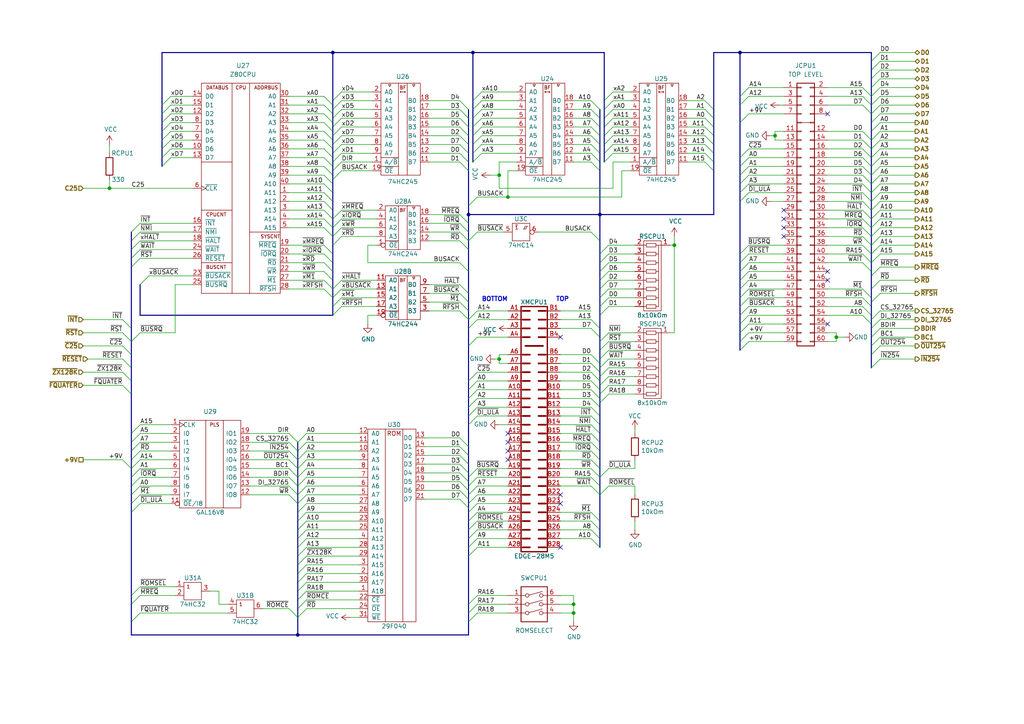
<source format=kicad_sch>
(kicad_sch (version 20211123) (generator eeschema)
  (paper "A4")
  (title_block (title "CPU unit") (date "28.05.2022") (rev "0.01v") (comment 1 "Comment1") (comment 2 "Comment2") (comment 3 "Comment3") (comment 4 "Comment4"))
  (junction (at 144.78 104.14))
  (junction (at 137.16 15.24))
  (junction (at 147.32 57.15))
  (junction (at 144.78 50.8))
  (junction (at 195.58 71.12))
  (junction (at 166.37 175.26))
  (junction (at 96.52 15.24))
  (junction (at 224.79 39.37))
  (junction (at 214.63 15.24))
  (junction (at 135.89 62.23))
  (junction (at 31.75 54.61))
  (junction (at 86.36 184.15))
  (junction (at 166.37 177.8))
  (junction (at 242.57 97.79))
  (junction (at 173.99 62.23))
  (no_connect (at 147.32 125.73))
  (no_connect (at 162.56 158.75))
  (no_connect (at 240.03 78.74))
  (no_connect (at 240.03 33.02))
  (no_connect (at 147.32 133.35))
  (no_connect (at 227.33 68.58))
  (no_connect (at 162.56 146.05))
  (no_connect (at 240.03 81.28))
  (no_connect (at 147.32 128.27))
  (no_connect (at 227.33 63.5))
  (no_connect (at 227.33 66.04))
  (no_connect (at 227.33 60.96))
  (no_connect (at 162.56 97.79))
  (no_connect (at 162.56 143.51))
  (no_connect (at 240.03 93.98))
  (no_connect (at 147.32 130.81))
  (bus_entry (at 252.73 71.12) (size -2.54 -2.54))
  (bus_entry (at 93.98 30.48) (size 2.54 2.54))
  (bus_entry (at 217.17 73.66) (size -2.54 2.54))
  (bus_entry (at 176.53 83.82) (size -2.54 2.54))
  (bus_entry (at 252.73 20.32) (size 2.54 -2.54))
  (bus_entry (at 35.56 107.95) (size 2.54 2.54))
  (bus_entry (at 38.1 146.05) (size 2.54 -2.54))
  (bus_entry (at 217.17 48.26) (size -2.54 2.54))
  (bus_entry (at 38.1 180.34) (size 2.54 -2.54))
  (bus_entry (at 173.99 143.51) (size 2.54 -2.54))
  (bus_entry (at 252.73 63.5) (size 2.54 -2.54))
  (bus_entry (at 138.43 120.65) (size -2.54 2.54))
  (bus_entry (at 138.43 153.67) (size -2.54 2.54))
  (bus_entry (at 135.89 175.26) (size 2.54 -2.54))
  (bus_entry (at 93.98 43.18) (size 2.54 2.54))
  (bus_entry (at 138.43 156.21) (size -2.54 2.54))
  (bus_entry (at 171.45 39.37) (size 2.54 2.54))
  (bus_entry (at 38.1 72.39) (size 2.54 -2.54))
  (bus_entry (at 252.73 43.18) (size 2.54 -2.54))
  (bus_entry (at 99.06 46.99) (size -2.54 2.54))
  (bus_entry (at 171.45 29.21) (size 2.54 2.54))
  (bus_entry (at 96.52 71.12) (size 2.54 -2.54))
  (bus_entry (at 173.99 113.03) (size -2.54 -2.54))
  (bus_entry (at 133.35 87.63) (size 2.54 2.54))
  (bus_entry (at 173.99 140.97) (size -2.54 -2.54))
  (bus_entry (at 38.1 125.73) (size 2.54 -2.54))
  (bus_entry (at 46.99 38.1) (size 2.54 -2.54))
  (bus_entry (at 171.45 41.91) (size 2.54 2.54))
  (bus_entry (at 133.35 127) (size 2.54 2.54))
  (bus_entry (at 83.82 135.89) (size 2.54 2.54))
  (bus_entry (at 83.82 133.35) (size 2.54 2.54))
  (bus_entry (at 252.73 55.88) (size -2.54 -2.54))
  (bus_entry (at 138.43 146.05) (size -2.54 2.54))
  (bus_entry (at 96.52 31.75) (size 2.54 -2.54))
  (bus_entry (at 88.9 173.99) (size -2.54 2.54))
  (bus_entry (at 138.43 107.95) (size -2.54 2.54))
  (bus_entry (at 93.98 63.5) (size 2.54 2.54))
  (bus_entry (at 217.17 83.82) (size -2.54 2.54))
  (bus_entry (at 93.98 73.66) (size 2.54 2.54))
  (bus_entry (at 252.73 68.58) (size -2.54 -2.54))
  (bus_entry (at 252.73 53.34) (size 2.54 -2.54))
  (bus_entry (at 252.73 80.01) (size 2.54 -2.54))
  (bus_entry (at 176.53 88.9) (size -2.54 2.54))
  (bus_entry (at 173.99 95.25) (size -2.54 -2.54))
  (bus_entry (at 93.98 27.94) (size 2.54 2.54))
  (bus_entry (at 217.17 43.18) (size -2.54 2.54))
  (bus_entry (at 252.73 43.18) (size -2.54 -2.54))
  (bus_entry (at 86.36 143.51) (size 2.54 -2.54))
  (bus_entry (at 86.36 128.27) (size 2.54 -2.54))
  (bus_entry (at 173.99 135.89) (size -2.54 -2.54))
  (bus_entry (at 133.35 144.78) (size 2.54 2.54))
  (bus_entry (at 93.98 81.28) (size 2.54 2.54))
  (bus_entry (at 46.99 30.48) (size 2.54 -2.54))
  (bus_entry (at 173.99 138.43) (size -2.54 -2.54))
  (bus_entry (at 86.36 171.45) (size 2.54 -2.54))
  (bus_entry (at 252.73 33.02) (size 2.54 -2.54))
  (bus_entry (at 173.99 101.6) (size 2.54 -2.54))
  (bus_entry (at 96.52 34.29) (size 2.54 -2.54))
  (bus_entry (at 46.99 48.26) (size 2.54 -2.54))
  (bus_entry (at 173.99 110.49) (size -2.54 -2.54))
  (bus_entry (at 133.35 69.85) (size 2.54 2.54))
  (bus_entry (at 135.89 59.69) (size 2.54 -2.54))
  (bus_entry (at 93.98 66.04) (size 2.54 2.54))
  (bus_entry (at 252.73 38.1) (size 2.54 -2.54))
  (bus_entry (at 93.98 71.12) (size 2.54 2.54))
  (bus_entry (at 133.35 132.08) (size 2.54 2.54))
  (bus_entry (at 93.98 58.42) (size 2.54 2.54))
  (bus_entry (at 217.17 55.88) (size -2.54 2.54))
  (bus_entry (at 96.52 88.9) (size 2.54 -2.54))
  (bus_entry (at 137.16 29.21) (size 2.54 -2.54))
  (bus_entry (at 96.52 29.21) (size 2.54 -2.54))
  (bus_entry (at 204.47 44.45) (size 2.54 2.54))
  (bus_entry (at 217.17 25.4) (size -2.54 2.54))
  (bus_entry (at 93.98 48.26) (size 2.54 2.54))
  (bus_entry (at 83.82 143.51) (size 2.54 2.54))
  (bus_entry (at 173.99 109.22) (size 2.54 -2.54))
  (bus_entry (at 137.16 34.29) (size 2.54 -2.54))
  (bus_entry (at 252.73 48.26) (size 2.54 -2.54))
  (bus_entry (at 252.73 53.34) (size -2.54 -2.54))
  (bus_entry (at 217.17 96.52) (size -2.54 2.54))
  (bus_entry (at 252.73 66.04) (size 2.54 -2.54))
  (bus_entry (at 252.73 88.9) (size -2.54 -2.54))
  (bus_entry (at 38.1 140.97) (size 2.54 -2.54))
  (bus_entry (at 88.9 161.29) (size -2.54 2.54))
  (bus_entry (at 255.27 100.33) (size -2.54 2.54))
  (bus_entry (at 86.36 148.59) (size 2.54 -2.54))
  (bus_entry (at 38.1 138.43) (size 2.54 -2.54))
  (bus_entry (at 175.26 46.99) (size 2.54 -2.54))
  (bus_entry (at 38.1 77.47) (size 2.54 -2.54))
  (bus_entry (at 252.73 73.66) (size -2.54 -2.54))
  (bus_entry (at 93.98 76.2) (size 2.54 2.54))
  (bus_entry (at 255.27 95.25) (size -2.54 2.54))
  (bus_entry (at 83.82 128.27) (size 2.54 2.54))
  (bus_entry (at 175.26 39.37) (size 2.54 -2.54))
  (bus_entry (at 133.35 64.77) (size 2.54 2.54))
  (bus_entry (at 138.43 138.43) (size -2.54 2.54))
  (bus_entry (at 173.99 158.75) (size -2.54 -2.54))
  (bus_entry (at 173.99 125.73) (size -2.54 -2.54))
  (bus_entry (at 137.16 44.45) (size 2.54 -2.54))
  (bus_entry (at 173.99 153.67) (size -2.54 -2.54))
  (bus_entry (at 204.47 34.29) (size 2.54 2.54))
  (bus_entry (at 38.1 69.85) (size 2.54 -2.54))
  (bus_entry (at 93.98 38.1) (size 2.54 2.54))
  (bus_entry (at 173.99 143.51) (size -2.54 -2.54))
  (bus_entry (at 204.47 46.99) (size 2.54 2.54))
  (bus_entry (at 133.35 85.09) (size 2.54 2.54))
  (bus_entry (at 252.73 78.74) (size -2.54 -2.54))
  (bus_entry (at 86.36 133.35) (size 2.54 -2.54))
  (bus_entry (at 133.35 82.55) (size 2.54 2.54))
  (bus_entry (at 86.36 140.97) (size 2.54 -2.54))
  (bus_entry (at 171.45 46.99) (size 2.54 2.54))
  (bus_entry (at 35.56 133.35) (size 2.54 2.54))
  (bus_entry (at 138.43 148.59) (size -2.54 2.54))
  (bus_entry (at 93.98 78.74) (size 2.54 2.54))
  (bus_entry (at 252.73 93.98) (size -2.54 -2.54))
  (bus_entry (at 86.36 156.21) (size 2.54 -2.54))
  (bus_entry (at 133.35 39.37) (size 2.54 2.54))
  (bus_entry (at 252.73 55.88) (size 2.54 -2.54))
  (bus_entry (at 133.35 46.99) (size 2.54 2.54))
  (bus_entry (at 137.16 46.99) (size 2.54 -2.54))
  (bus_entry (at 252.73 48.26) (size -2.54 -2.54))
  (bus_entry (at 176.53 78.74) (size -2.54 2.54))
  (bus_entry (at 35.56 96.52) (size 2.54 2.54))
  (bus_entry (at 96.52 46.99) (size 2.54 -2.54))
  (bus_entry (at 173.99 151.13) (size -2.54 -2.54))
  (bus_entry (at 252.73 87.63) (size 2.54 -2.54))
  (bus_entry (at 93.98 83.82) (size 2.54 2.54))
  (bus_entry (at 133.35 67.31) (size 2.54 2.54))
  (bus_entry (at 86.36 130.81) (size 2.54 -2.54))
  (bus_entry (at 133.35 36.83) (size 2.54 2.54))
  (bus_entry (at 133.35 44.45) (size 2.54 2.54))
  (bus_entry (at 86.36 179.07) (size 2.54 -2.54))
  (bus_entry (at 252.73 58.42) (size 2.54 -2.54))
  (bus_entry (at 252.73 60.96) (size -2.54 -2.54))
  (bus_entry (at 138.43 158.75) (size -2.54 2.54))
  (bus_entry (at 252.73 86.36) (size -2.54 -2.54))
  (bus_entry (at 93.98 33.02) (size 2.54 2.54))
  (bus_entry (at 173.99 97.79) (size -2.54 -2.54))
  (bus_entry (at 137.16 31.75) (size 2.54 -2.54))
  (bus_entry (at 252.73 63.5) (size -2.54 -2.54))
  (bus_entry (at 204.47 36.83) (size 2.54 2.54))
  (bus_entry (at 204.47 39.37) (size 2.54 2.54))
  (bus_entry (at 173.99 105.41) (size -2.54 -2.54))
  (bus_entry (at 176.53 71.12) (size -2.54 2.54))
  (bus_entry (at 138.43 140.97) (size -2.54 2.54))
  (bus_entry (at 46.99 33.02) (size 2.54 -2.54))
  (bus_entry (at 255.27 97.79) (size -2.54 2.54))
  (bus_entry (at 217.17 81.28) (size -2.54 2.54))
  (bus_entry (at 93.98 50.8) (size 2.54 2.54))
  (bus_entry (at 252.73 71.12) (size 2.54 -2.54))
  (bus_entry (at 171.45 44.45) (size 2.54 2.54))
  (bus_entry (at 217.17 86.36) (size -2.54 2.54))
  (bus_entry (at 96.52 66.04) (size 2.54 -2.54))
  (bus_entry (at 138.43 90.17) (size -2.54 2.54))
  (bus_entry (at 135.89 95.25) (size 2.54 -2.54))
  (bus_entry (at 96.52 68.58) (size 2.54 -2.54))
  (bus_entry (at 255.27 92.71) (size -2.54 2.54))
  (bus_entry (at 86.36 168.91) (size 2.54 -2.54))
  (bus_entry (at 86.36 135.89) (size 2.54 -2.54))
  (bus_entry (at 252.73 58.42) (size -2.54 -2.54))
  (bus_entry (at 173.99 133.35) (size -2.54 -2.54))
  (bus_entry (at 46.99 40.64) (size 2.54 -2.54))
  (bus_entry (at 38.1 175.26) (size 2.54 -2.54))
  (bus_entry (at 204.47 41.91) (size 2.54 2.54))
  (bus_entry (at 93.98 40.64) (size 2.54 2.54))
  (bus_entry (at 83.82 140.97) (size 2.54 2.54))
  (bus_entry (at 171.45 31.75) (size 2.54 2.54))
  (bus_entry (at 252.73 45.72) (size -2.54 -2.54))
  (bus_entry (at 252.73 27.94) (size -2.54 -2.54))
  (bus_entry (at 252.73 91.44) (size -2.54 -2.54))
  (bus_entry (at 217.17 88.9) (size -2.54 2.54))
  (bus_entry (at 252.73 76.2) (size -2.54 -2.54))
  (bus_entry (at 135.89 180.34) (size 2.54 -2.54))
  (bus_entry (at 96.52 83.82) (size 2.54 -2.54))
  (bus_entry (at 252.73 40.64) (size 2.54 -2.54))
  (bus_entry (at 214.63 30.48) (size 2.54 -2.54))
  (bus_entry (at 252.73 76.2) (size 2.54 -2.54))
  (bus_entry (at 35.56 111.76) (size 2.54 2.54))
  (bus_entry (at 252.73 83.82) (size 2.54 -2.54))
  (bus_entry (at 176.53 81.28) (size -2.54 2.54))
  (bus_entry (at 171.45 36.83) (size 2.54 2.54))
  (bus_entry (at 86.36 138.43) (size 2.54 -2.54))
  (bus_entry (at 46.99 43.18) (size 2.54 -2.54))
  (bus_entry (at 135.89 69.85) (size 2.54 -2.54))
  (bus_entry (at 252.73 68.58) (size 2.54 -2.54))
  (bus_entry (at 40.64 82.55) (size 2.54 -2.54))
  (bus_entry (at 252.73 50.8) (size -2.54 -2.54))
  (bus_entry (at 217.17 99.06) (size -2.54 2.54))
  (bus_entry (at 252.73 17.78) (size 2.54 -2.54))
  (bus_entry (at 38.1 143.51) (size 2.54 -2.54))
  (bus_entry (at 83.82 130.81) (size 2.54 2.54))
  (bus_entry (at 86.36 153.67) (size 2.54 -2.54))
  (bus_entry (at 252.73 33.02) (size -2.54 -2.54))
  (bus_entry (at 86.36 146.05) (size 2.54 -2.54))
  (bus_entry (at 252.73 73.66) (size 2.54 -2.54))
  (bus_entry (at 173.99 111.76) (size 2.54 -2.54))
  (bus_entry (at 133.35 76.2) (size 2.54 2.54))
  (bus_entry (at 38.1 106.68) (size -2.54 -2.54))
  (bus_entry (at 133.35 134.62) (size 2.54 2.54))
  (bus_entry (at 137.16 39.37) (size 2.54 -2.54))
  (bus_entry (at 171.45 34.29) (size 2.54 2.54))
  (bus_entry (at 252.73 22.86) (size 2.54 -2.54))
  (bus_entry (at 133.35 62.23) (size 2.54 2.54))
  (bus_entry (at 38.1 172.72) (size 2.54 -2.54))
  (bus_entry (at 252.73 40.64) (size -2.54 -2.54))
  (bus_entry (at 173.99 115.57) (size -2.54 -2.54))
  (bus_entry (at 173.99 120.65) (size -2.54 -2.54))
  (bus_entry (at 83.82 138.43) (size 2.54 2.54))
  (bus_entry (at 173.99 138.43) (size 2.54 -2.54))
  (bus_entry (at 175.26 34.29) (size 2.54 -2.54))
  (bus_entry (at 217.17 53.34) (size -2.54 2.54))
  (bus_entry (at 99.06 49.53) (size -2.54 2.54))
  (bus_entry (at 93.98 55.88) (size 2.54 2.54))
  (bus_entry (at 217.17 78.74) (size -2.54 2.54))
  (bus_entry (at 96.52 39.37) (size 2.54 -2.54))
  (bus_entry (at 133.35 34.29) (size 2.54 2.54))
  (bus_entry (at 173.99 114.3) (size 2.54 -2.54))
  (bus_entry (at 217.17 71.12) (size -2.54 2.54))
  (bus_entry (at 252.73 66.04) (size -2.54 -2.54))
  (bus_entry (at 35.56 92.71) (size 2.54 2.54))
  (bus_entry (at 173.99 106.68) (size 2.54 -2.54))
  (bus_entry (at 93.98 60.96) (size 2.54 2.54))
  (bus_entry (at 93.98 53.34) (size 2.54 2.54))
  (bus_entry (at 96.52 44.45) (size 2.54 -2.54))
  (bus_entry (at 96.52 36.83) (size 2.54 -2.54))
  (bus_entry (at 217.17 50.8) (size -2.54 2.54))
  (bus_entry (at 138.43 110.49) (size -2.54 2.54))
  (bus_entry (at 204.47 31.75) (size 2.54 2.54))
  (bus_entry (at 252.73 50.8) (size 2.54 -2.54))
  (bus_entry (at 173.99 156.21) (size -2.54 -2.54))
  (bus_entry (at 138.43 115.57) (size -2.54 2.54))
  (bus_entry (at 93.98 45.72) (size 2.54 2.54))
  (bus_entry (at 173.99 118.11) (size -2.54 -2.54))
  (bus_entry (at 173.99 128.27) (size -2.54 -2.54))
  (bus_entry (at 96.52 41.91) (size 2.54 -2.54))
  (bus_entry (at 38.1 128.27) (size 2.54 -2.54))
  (bus_entry (at 176.53 86.36) (size -2.54 2.54))
  (bus_entry (at 138.43 151.13) (size -2.54 2.54))
  (bus_entry (at 255.27 104.14) (size -2.54 2.54))
  (bus_entry (at 204.47 29.21) (size 2.54 2.54))
  (bus_entry (at 176.53 76.2) (size -2.54 2.54))
  (bus_entry (at 46.99 35.56) (size 2.54 -2.54))
  (bus_entry (at 46.99 45.72) (size 2.54 -2.54))
  (bus_entry (at 86.36 173.99) (size 2.54 -2.54))
  (bus_entry (at 252.73 60.96) (size 2.54 -2.54))
  (bus_entry (at 133.35 129.54) (size 2.54 2.54))
  (bus_entry (at 138.43 113.03) (size -2.54 2.54))
  (bus_entry (at 133.35 139.7) (size 2.54 2.54))
  (bus_entry (at 93.98 35.56) (size 2.54 2.54))
  (bus_entry (at 133.35 142.24) (size 2.54 2.54))
  (bus_entry (at 133.35 31.75) (size 2.54 2.54))
  (bus_entry (at 135.89 177.8) (size 2.54 -2.54))
  (bus_entry (at 217.17 91.44) (size -2.54 2.54))
  (bus_entry (at 138.43 143.51) (size -2.54 2.54))
  (bus_entry (at 173.99 107.95) (size -2.54 -2.54))
  (bus_entry (at 173.99 130.81) (size -2.54 -2.54))
  (bus_entry (at 38.1 130.81) (size 2.54 -2.54))
  (bus_entry (at 252.73 35.56) (size 2.54 -2.54))
  (bus_entry (at 255.27 90.17) (size -2.54 2.54))
  (bus_entry (at 137.16 36.83) (size 2.54 -2.54))
  (bus_entry (at 133.35 90.17) (size 2.54 2.54))
  (bus_entry (at 96.52 63.5) (size 2.54 -2.54))
  (bus_entry (at 35.56 100.33) (size 2.54 2.54))
  (bus_entry (at 86.36 158.75) (size 2.54 -2.54))
  (bus_entry (at 38.1 133.35) (size 2.54 -2.54))
  (bus_entry (at 252.73 25.4) (size 2.54 -2.54))
  (bus_entry (at 252.73 30.48) (size 2.54 -2.54))
  (bus_entry (at 173.99 104.14) (size 2.54 -2.54))
  (bus_entry (at 38.1 148.59) (size 2.54 -2.54))
  (bus_entry (at 138.43 118.11) (size -2.54 2.54))
  (bus_entry (at 133.35 137.16) (size 2.54 2.54))
  (bus_entry (at 217.17 93.98) (size -2.54 2.54))
  (bus_entry (at 173.99 116.84) (size 2.54 -2.54))
  (bus_entry (at 214.63 35.56) (size 2.54 -2.54))
  (bus_entry (at 86.36 166.37) (size 2.54 -2.54))
  (bus_entry (at 176.53 73.66) (size -2.54 2.54))
  (bus_entry (at 252.73 45.72) (size 2.54 -2.54))
  (bus_entry (at 171.45 67.31) (size 2.54 2.54))
  (bus_entry (at 175.26 44.45) (size 2.54 -2.54))
  (bus_entry (at 96.52 86.36) (size 2.54 -2.54))
  (bus_entry (at 252.73 30.48) (size -2.54 -2.54))
  (bus_entry (at 137.16 41.91) (size 2.54 -2.54))
  (bus_entry (at 38.1 135.89) (size 2.54 -2.54))
  (bus_entry (at 175.26 36.83) (size 2.54 -2.54))
  (bus_entry (at 252.73 27.94) (size 2.54 -2.54))
  (bus_entry (at 86.36 151.13) (size 2.54 -2.54))
  (bus_entry (at 83.82 125.73) (size 2.54 2.54))
  (bus_entry (at 133.35 41.91) (size 2.54 2.54))
  (bus_entry (at 173.99 99.06) (size 2.54 -2.54))
  (bus_entry (at 38.1 74.93) (size 2.54 -2.54))
  (bus_entry (at 133.35 29.21) (size 2.54 2.54))
  (bus_entry (at 175.26 29.21) (size 2.54 -2.54))
  (bus_entry (at 175.26 31.75) (size 2.54 -2.54))
  (bus_entry (at 217.17 45.72) (size -2.54 2.54))
  (bus_entry (at 175.26 41.91) (size 2.54 -2.54))
  (bus_entry (at 38.1 67.31) (size 2.54 -2.54))
  (bus_entry (at 173.99 123.19) (size -2.54 -2.54))
  (bus_entry (at 135.89 100.33) (size 2.54 -2.54))
  (bus_entry (at 83.82 176.53) (size 2.54 2.54))
  (bus_entry (at 138.43 135.89) (size -2.54 2.54))
  (bus_entry (at 86.36 161.29) (size 2.54 -2.54))
  (bus_entry (at 38.1 99.06) (size 2.54 -2.54))
  (bus_entry (at 217.17 76.2) (size -2.54 2.54))
  (bus_entry (at 96.52 91.44) (size 2.54 -2.54))
  (bus (pts (xy 175.26 15.24) (xy 175.26 29.21)))
  (wire (pts (xy 72.39 128.27) (xy 83.82 128.27)))
  (wire (pts (xy 24.13 100.33) (xy 35.56 100.33)))
  (wire (pts (xy 83.82 78.74) (xy 93.98 78.74)))
  (bus (pts (xy 96.52 86.36) (xy 96.52 88.9)))
  (bus (pts (xy 135.89 113.03) (xy 135.89 115.57)))
  (wire (pts (xy 124.46 44.45) (xy 133.35 44.45)))
  (bus (pts (xy 38.1 184.15) (xy 86.36 184.15)))
  (bus (pts (xy 86.36 143.51) (xy 86.36 146.05)))
  (bus (pts (xy 38.1 74.93) (xy 38.1 77.47)))
  (bus (pts (xy 214.63 96.52) (xy 214.63 99.06)))
  (wire (pts (xy 227.33 91.44) (xy 217.17 91.44)))
  (wire (pts (xy 184.15 76.2) (xy 176.53 76.2)))
  (bus (pts (xy 135.89 129.54) (xy 135.89 132.08)))
  (bus (pts (xy 207.01 44.45) (xy 207.01 46.99)))
  (wire (pts (xy 139.7 39.37) (xy 149.86 39.37)))
  (bus (pts (xy 252.73 15.24) (xy 252.73 17.78)))
  (wire (pts (xy 224.79 39.37) (xy 224.79 40.64)))
  (bus (pts (xy 135.89 110.49) (xy 135.89 113.03)))
  (bus (pts (xy 96.52 15.24) (xy 46.99 15.24)))
  (bus (pts (xy 38.1 114.3) (xy 38.1 125.73)))
  (wire (pts (xy 223.52 39.37) (xy 224.79 39.37)))
  (wire (pts (xy 162.56 128.27) (xy 171.45 128.27)))
  (bus (pts (xy 207.01 34.29) (xy 207.01 36.83)))
  (bus (pts (xy 46.99 33.02) (xy 46.99 35.56)))
  (wire (pts (xy 255.27 30.48) (xy 265.43 30.48)))
  (bus (pts (xy 38.1 102.87) (xy 38.1 106.68)))
  (wire (pts (xy 240.03 71.12) (xy 250.19 71.12)))
  (bus (pts (xy 173.99 123.19) (xy 173.99 125.73)))
  (bus (pts (xy 38.1 106.68) (xy 38.1 110.49)))
  (wire (pts (xy 162.56 153.67) (xy 171.45 153.67)))
  (wire (pts (xy 83.82 38.1) (xy 93.98 38.1)))
  (wire (pts (xy 40.64 67.31) (xy 55.88 67.31)))
  (bus (pts (xy 135.89 41.91) (xy 135.89 44.45)))
  (wire (pts (xy 83.82 66.04) (xy 93.98 66.04)))
  (wire (pts (xy 162.56 156.21) (xy 171.45 156.21)))
  (wire (pts (xy 166.37 46.99) (xy 171.45 46.99)))
  (wire (pts (xy 83.82 83.82) (xy 93.98 83.82)))
  (wire (pts (xy 182.88 49.53) (xy 180.34 49.53)))
  (wire (pts (xy 227.33 53.34) (xy 217.17 53.34)))
  (bus (pts (xy 135.89 158.75) (xy 135.89 161.29)))
  (wire (pts (xy 240.03 60.96) (xy 250.19 60.96)))
  (bus (pts (xy 173.99 101.6) (xy 173.99 104.14)))
  (wire (pts (xy 147.32 113.03) (xy 138.43 113.03)))
  (bus (pts (xy 135.89 87.63) (xy 135.89 90.17)))
  (bus (pts (xy 173.99 140.97) (xy 173.99 143.51)))
  (wire (pts (xy 147.32 151.13) (xy 138.43 151.13)))
  (wire (pts (xy 83.82 43.18) (xy 93.98 43.18)))
  (wire (pts (xy 139.7 44.45) (xy 149.86 44.45)))
  (wire (pts (xy 31.75 54.61) (xy 55.88 54.61)))
  (wire (pts (xy 83.82 76.2) (xy 93.98 76.2)))
  (wire (pts (xy 265.43 92.71) (xy 255.27 92.71)))
  (bus (pts (xy 86.36 173.99) (xy 86.36 176.53)))
  (wire (pts (xy 99.06 39.37) (xy 107.95 39.37)))
  (wire (pts (xy 227.33 99.06) (xy 217.17 99.06)))
  (bus (pts (xy 214.63 86.36) (xy 214.63 88.9)))
  (wire (pts (xy 63.5 171.45) (xy 63.5 175.26)))
  (wire (pts (xy 227.33 58.42) (xy 223.52 58.42)))
  (bus (pts (xy 96.52 76.2) (xy 96.52 78.74)))
  (wire (pts (xy 177.8 29.21) (xy 182.88 29.21)))
  (wire (pts (xy 176.53 96.52) (xy 184.15 96.52)))
  (wire (pts (xy 88.9 176.53) (xy 104.14 176.53)))
  (bus (pts (xy 96.52 40.64) (xy 96.52 41.91)))
  (wire (pts (xy 147.32 146.05) (xy 138.43 146.05)))
  (bus (pts (xy 38.1 133.35) (xy 38.1 135.89)))
  (bus (pts (xy 173.99 153.67) (xy 173.99 156.21)))
  (wire (pts (xy 255.27 45.72) (xy 265.43 45.72)))
  (bus (pts (xy 86.36 128.27) (xy 86.36 130.81)))
  (wire (pts (xy 83.82 40.64) (xy 93.98 40.64)))
  (bus (pts (xy 214.63 15.24) (xy 214.63 27.94)))
  (wire (pts (xy 255.27 17.78) (xy 265.43 17.78)))
  (bus (pts (xy 86.36 163.83) (xy 86.36 166.37)))
  (bus (pts (xy 252.73 58.42) (xy 252.73 60.96)))
  (bus (pts (xy 214.63 76.2) (xy 214.63 78.74)))
  (wire (pts (xy 184.15 83.82) (xy 176.53 83.82)))
  (wire (pts (xy 123.19 144.78) (xy 133.35 144.78)))
  (wire (pts (xy 88.9 135.89) (xy 104.14 135.89)))
  (bus (pts (xy 46.99 40.64) (xy 46.99 43.18)))
  (bus (pts (xy 173.99 111.76) (xy 173.99 113.03)))
  (wire (pts (xy 40.64 172.72) (xy 50.8 172.72)))
  (wire (pts (xy 55.88 74.93) (xy 40.64 74.93)))
  (bus (pts (xy 86.36 168.91) (xy 86.36 171.45)))
  (wire (pts (xy 139.7 36.83) (xy 149.86 36.83)))
  (wire (pts (xy 199.39 41.91) (xy 204.47 41.91)))
  (wire (pts (xy 60.96 171.45) (xy 63.5 171.45)))
  (wire (pts (xy 147.32 49.53) (xy 147.32 57.15)))
  (bus (pts (xy 96.52 30.48) (xy 96.52 31.75)))
  (wire (pts (xy 255.27 38.1) (xy 265.43 38.1)))
  (wire (pts (xy 227.33 71.12) (xy 217.17 71.12)))
  (bus (pts (xy 96.52 73.66) (xy 96.52 76.2)))
  (wire (pts (xy 255.27 33.02) (xy 265.43 33.02)))
  (bus (pts (xy 86.36 151.13) (xy 86.36 153.67)))
  (wire (pts (xy 224.79 38.1) (xy 224.79 39.37)))
  (wire (pts (xy 107.95 49.53) (xy 99.06 49.53)))
  (bus (pts (xy 86.36 184.15) (xy 135.89 184.15)))
  (wire (pts (xy 184.15 86.36) (xy 176.53 86.36)))
  (wire (pts (xy 255.27 43.18) (xy 265.43 43.18)))
  (wire (pts (xy 199.39 36.83) (xy 204.47 36.83)))
  (wire (pts (xy 123.19 142.24) (xy 133.35 142.24)))
  (bus (pts (xy 252.73 20.32) (xy 252.73 22.86)))
  (bus (pts (xy 137.16 31.75) (xy 137.16 34.29)))
  (wire (pts (xy 124.46 82.55) (xy 133.35 82.55)))
  (wire (pts (xy 123.19 132.08) (xy 133.35 132.08)))
  (wire (pts (xy 227.33 86.36) (xy 217.17 86.36)))
  (wire (pts (xy 147.32 148.59) (xy 138.43 148.59)))
  (bus (pts (xy 252.73 93.98) (xy 252.73 95.25)))
  (bus (pts (xy 214.63 78.74) (xy 214.63 81.28)))
  (bus (pts (xy 38.1 130.81) (xy 38.1 133.35)))
  (wire (pts (xy 255.27 71.12) (xy 265.43 71.12)))
  (wire (pts (xy 162.56 172.72) (xy 166.37 172.72)))
  (wire (pts (xy 176.53 99.06) (xy 184.15 99.06)))
  (wire (pts (xy 49.53 30.48) (xy 55.88 30.48)))
  (bus (pts (xy 252.73 71.12) (xy 252.73 73.66)))
  (bus (pts (xy 207.01 36.83) (xy 207.01 39.37)))
  (wire (pts (xy 162.56 107.95) (xy 171.45 107.95)))
  (wire (pts (xy 88.9 153.67) (xy 104.14 153.67)))
  (wire (pts (xy 147.32 158.75) (xy 138.43 158.75)))
  (wire (pts (xy 176.53 111.76) (xy 184.15 111.76)))
  (wire (pts (xy 184.15 133.35) (xy 184.15 135.89)))
  (bus (pts (xy 38.1 67.31) (xy 38.1 69.85)))
  (wire (pts (xy 182.88 46.99) (xy 177.8 46.99)))
  (bus (pts (xy 96.52 52.07) (xy 96.52 53.34)))
  (bus (pts (xy 137.16 41.91) (xy 137.16 44.45)))
  (wire (pts (xy 72.39 130.81) (xy 83.82 130.81)))
  (bus (pts (xy 214.63 99.06) (xy 214.63 101.6)))
  (wire (pts (xy 147.32 118.11) (xy 138.43 118.11)))
  (wire (pts (xy 138.43 67.31) (xy 146.05 67.31)))
  (bus (pts (xy 173.99 91.44) (xy 173.99 95.25)))
  (wire (pts (xy 24.13 111.76) (xy 35.56 111.76)))
  (wire (pts (xy 139.7 26.67) (xy 149.86 26.67)))
  (wire (pts (xy 177.8 41.91) (xy 182.88 41.91)))
  (bus (pts (xy 173.99 109.22) (xy 173.99 110.49)))
  (wire (pts (xy 199.39 34.29) (xy 204.47 34.29)))
  (bus (pts (xy 96.52 78.74) (xy 96.52 81.28)))
  (bus (pts (xy 38.1 146.05) (xy 38.1 148.59)))
  (wire (pts (xy 49.53 38.1) (xy 55.88 38.1)))
  (wire (pts (xy 24.13 54.61) (xy 31.75 54.61)))
  (wire (pts (xy 109.22 71.12) (xy 106.68 71.12)))
  (bus (pts (xy 252.73 60.96) (xy 252.73 63.5)))
  (bus (pts (xy 38.1 125.73) (xy 38.1 128.27)))
  (bus (pts (xy 173.99 125.73) (xy 173.99 128.27)))
  (bus (pts (xy 252.73 45.72) (xy 252.73 48.26)))
  (wire (pts (xy 72.39 135.89) (xy 83.82 135.89)))
  (bus (pts (xy 252.73 50.8) (xy 252.73 53.34)))
  (bus (pts (xy 175.26 44.45) (xy 175.26 46.99)))
  (bus (pts (xy 173.99 46.99) (xy 173.99 49.53)))
  (bus (pts (xy 46.99 43.18) (xy 46.99 45.72)))
  (wire (pts (xy 226.06 30.48) (xy 227.33 30.48)))
  (wire (pts (xy 265.43 81.28) (xy 255.27 81.28)))
  (bus (pts (xy 252.73 55.88) (xy 252.73 58.42)))
  (wire (pts (xy 176.53 101.6) (xy 184.15 101.6)))
  (bus (pts (xy 214.63 35.56) (xy 214.63 45.72)))
  (wire (pts (xy 162.56 113.03) (xy 171.45 113.03)))
  (bus (pts (xy 96.52 29.21) (xy 96.52 30.48)))
  (wire (pts (xy 124.46 85.09) (xy 133.35 85.09)))
  (wire (pts (xy 255.27 60.96) (xy 265.43 60.96)))
  (bus (pts (xy 214.63 53.34) (xy 214.63 55.88)))
  (wire (pts (xy 139.7 41.91) (xy 149.86 41.91)))
  (wire (pts (xy 88.9 151.13) (xy 104.14 151.13)))
  (bus (pts (xy 96.52 63.5) (xy 96.52 66.04)))
  (wire (pts (xy 240.03 73.66) (xy 250.19 73.66)))
  (wire (pts (xy 176.53 109.22) (xy 184.15 109.22)))
  (wire (pts (xy 99.06 44.45) (xy 107.95 44.45)))
  (wire (pts (xy 227.33 93.98) (xy 217.17 93.98)))
  (bus (pts (xy 252.73 38.1) (xy 252.73 40.64)))
  (wire (pts (xy 147.32 97.79) (xy 138.43 97.79)))
  (bus (pts (xy 135.89 90.17) (xy 135.89 92.71)))
  (wire (pts (xy 240.03 45.72) (xy 250.19 45.72)))
  (bus (pts (xy 96.52 43.18) (xy 96.52 44.45)))
  (wire (pts (xy 195.58 68.58) (xy 195.58 71.12)))
  (wire (pts (xy 176.53 114.3) (xy 184.15 114.3)))
  (wire (pts (xy 255.27 66.04) (xy 265.43 66.04)))
  (wire (pts (xy 83.82 55.88) (xy 93.98 55.88)))
  (wire (pts (xy 83.82 33.02) (xy 93.98 33.02)))
  (bus (pts (xy 252.73 17.78) (xy 252.73 20.32)))
  (bus (pts (xy 173.99 118.11) (xy 173.99 120.65)))
  (wire (pts (xy 143.51 104.14) (xy 144.78 104.14)))
  (wire (pts (xy 240.03 40.64) (xy 250.19 40.64)))
  (wire (pts (xy 88.9 138.43) (xy 104.14 138.43)))
  (wire (pts (xy 162.56 123.19) (xy 171.45 123.19)))
  (wire (pts (xy 194.31 96.52) (xy 195.58 96.52)))
  (wire (pts (xy 162.56 110.49) (xy 171.45 110.49)))
  (bus (pts (xy 96.52 53.34) (xy 96.52 55.88)))
  (bus (pts (xy 38.1 180.34) (xy 38.1 184.15)))
  (bus (pts (xy 96.52 15.24) (xy 96.52 29.21)))
  (bus (pts (xy 86.36 153.67) (xy 86.36 156.21)))
  (bus (pts (xy 173.99 135.89) (xy 173.99 138.43)))
  (wire (pts (xy 99.06 66.04) (xy 109.22 66.04)))
  (wire (pts (xy 177.8 46.99) (xy 177.8 54.61)))
  (wire (pts (xy 227.33 45.72) (xy 217.17 45.72)))
  (bus (pts (xy 252.73 91.44) (xy 252.73 92.71)))
  (wire (pts (xy 147.32 102.87) (xy 144.78 102.87)))
  (wire (pts (xy 177.8 44.45) (xy 182.88 44.45)))
  (wire (pts (xy 162.56 140.97) (xy 171.45 140.97)))
  (bus (pts (xy 173.99 62.23) (xy 173.99 69.85)))
  (bus (pts (xy 135.89 161.29) (xy 135.89 175.26)))
  (wire (pts (xy 99.06 41.91) (xy 107.95 41.91)))
  (bus (pts (xy 173.99 106.68) (xy 173.99 107.95)))
  (bus (pts (xy 173.99 73.66) (xy 173.99 76.2)))
  (wire (pts (xy 195.58 96.52) (xy 195.58 71.12)))
  (bus (pts (xy 214.63 83.82) (xy 214.63 86.36)))
  (bus (pts (xy 38.1 95.25) (xy 38.1 99.06)))
  (wire (pts (xy 40.64 125.73) (xy 49.53 125.73)))
  (wire (pts (xy 40.64 135.89) (xy 49.53 135.89)))
  (bus (pts (xy 207.01 39.37) (xy 207.01 41.91)))
  (bus (pts (xy 96.52 71.12) (xy 96.52 73.66)))
  (wire (pts (xy 76.2 176.53) (xy 83.82 176.53)))
  (bus (pts (xy 135.89 153.67) (xy 135.89 156.21)))
  (wire (pts (xy 227.33 33.02) (xy 217.17 33.02)))
  (wire (pts (xy 162.56 130.81) (xy 171.45 130.81)))
  (wire (pts (xy 255.27 63.5) (xy 265.43 63.5)))
  (bus (pts (xy 96.52 55.88) (xy 96.52 58.42)))
  (bus (pts (xy 252.73 53.34) (xy 252.73 55.88)))
  (bus (pts (xy 38.1 175.26) (xy 38.1 180.34)))
  (bus (pts (xy 175.26 41.91) (xy 175.26 44.45)))
  (bus (pts (xy 214.63 15.24) (xy 252.73 15.24)))
  (wire (pts (xy 123.19 137.16) (xy 133.35 137.16)))
  (wire (pts (xy 227.33 76.2) (xy 217.17 76.2)))
  (wire (pts (xy 40.64 138.43) (xy 49.53 138.43)))
  (wire (pts (xy 162.56 105.41) (xy 171.45 105.41)))
  (bus (pts (xy 135.89 151.13) (xy 135.89 153.67)))
  (bus (pts (xy 207.01 15.24) (xy 214.63 15.24)))
  (bus (pts (xy 173.99 133.35) (xy 173.99 135.89)))
  (bus (pts (xy 38.1 72.39) (xy 38.1 74.93)))
  (bus (pts (xy 252.73 30.48) (xy 252.73 33.02)))
  (wire (pts (xy 265.43 95.25) (xy 255.27 95.25)))
  (bus (pts (xy 135.89 34.29) (xy 135.89 36.83)))
  (bus (pts (xy 96.52 44.45) (xy 96.52 45.72)))
  (bus (pts (xy 173.99 120.65) (xy 173.99 123.19)))
  (wire (pts (xy 99.06 63.5) (xy 109.22 63.5)))
  (wire (pts (xy 265.43 100.33) (xy 255.27 100.33)))
  (bus (pts (xy 96.52 36.83) (xy 96.52 38.1)))
  (wire (pts (xy 35.56 104.14) (xy 25.4 104.14)))
  (bus (pts (xy 252.73 80.01) (xy 252.73 83.82)))
  (bus (pts (xy 38.1 69.85) (xy 38.1 72.39)))
  (bus (pts (xy 173.99 76.2) (xy 173.99 78.74)))
  (wire (pts (xy 184.15 71.12) (xy 176.53 71.12)))
  (bus (pts (xy 96.52 34.29) (xy 96.52 35.56)))
  (wire (pts (xy 139.7 34.29) (xy 149.86 34.29)))
  (bus (pts (xy 135.89 69.85) (xy 135.89 72.39)))
  (bus (pts (xy 46.99 30.48) (xy 46.99 33.02)))
  (wire (pts (xy 40.64 123.19) (xy 49.53 123.19)))
  (bus (pts (xy 252.73 76.2) (xy 252.73 78.74)))
  (bus (pts (xy 135.89 148.59) (xy 135.89 151.13)))
  (bus (pts (xy 135.89 92.71) (xy 135.89 95.25)))
  (wire (pts (xy 40.64 96.52) (xy 50.8 96.52)))
  (bus (pts (xy 252.73 87.63) (xy 252.73 88.9)))
  (bus (pts (xy 96.52 15.24) (xy 137.16 15.24)))
  (bus (pts (xy 96.52 83.82) (xy 96.52 86.36)))
  (wire (pts (xy 144.78 46.99) (xy 149.86 46.99)))
  (wire (pts (xy 240.03 66.04) (xy 250.19 66.04)))
  (wire (pts (xy 240.03 48.26) (xy 250.19 48.26)))
  (wire (pts (xy 177.8 34.29) (xy 182.88 34.29)))
  (bus (pts (xy 173.99 97.79) (xy 173.99 99.06)))
  (bus (pts (xy 173.99 113.03) (xy 173.99 114.3)))
  (wire (pts (xy 72.39 143.51) (xy 83.82 143.51)))
  (bus (pts (xy 86.36 161.29) (xy 86.36 163.83)))
  (wire (pts (xy 166.37 39.37) (xy 171.45 39.37)))
  (bus (pts (xy 214.63 45.72) (xy 214.63 48.26)))
  (wire (pts (xy 88.9 161.29) (xy 104.14 161.29)))
  (wire (pts (xy 240.03 53.34) (xy 250.19 53.34)))
  (wire (pts (xy 88.9 173.99) (xy 104.14 173.99)))
  (wire (pts (xy 83.82 50.8) (xy 93.98 50.8)))
  (bus (pts (xy 135.89 146.05) (xy 135.89 147.32)))
  (bus (pts (xy 252.73 48.26) (xy 252.73 50.8)))
  (wire (pts (xy 147.32 140.97) (xy 138.43 140.97)))
  (wire (pts (xy 265.43 85.09) (xy 255.27 85.09)))
  (wire (pts (xy 24.13 96.52) (xy 35.56 96.52)))
  (wire (pts (xy 144.78 102.87) (xy 144.78 104.14)))
  (wire (pts (xy 240.03 55.88) (xy 250.19 55.88)))
  (wire (pts (xy 224.79 40.64) (xy 227.33 40.64)))
  (wire (pts (xy 166.37 41.91) (xy 171.45 41.91)))
  (bus (pts (xy 175.26 31.75) (xy 175.26 34.29)))
  (wire (pts (xy 106.68 91.44) (xy 106.68 93.98)))
  (bus (pts (xy 207.01 49.53) (xy 207.01 62.23)))
  (wire (pts (xy 180.34 49.53) (xy 180.34 57.15)))
  (bus (pts (xy 173.99 143.51) (xy 173.99 151.13)))
  (bus (pts (xy 86.36 146.05) (xy 86.36 148.59)))
  (wire (pts (xy 180.34 57.15) (xy 147.32 57.15)))
  (bus (pts (xy 137.16 34.29) (xy 137.16 36.83)))
  (bus (pts (xy 96.52 60.96) (xy 96.52 63.5)))
  (wire (pts (xy 83.82 48.26) (xy 93.98 48.26)))
  (wire (pts (xy 265.43 104.14) (xy 255.27 104.14)))
  (bus (pts (xy 86.36 140.97) (xy 86.36 143.51)))
  (bus (pts (xy 214.63 50.8) (xy 214.63 53.34)))
  (bus (pts (xy 135.89 59.69) (xy 135.89 62.23)))
  (wire (pts (xy 147.32 143.51) (xy 138.43 143.51)))
  (bus (pts (xy 135.89 137.16) (xy 135.89 138.43)))
  (bus (pts (xy 173.99 81.28) (xy 173.99 83.82)))
  (wire (pts (xy 49.53 45.72) (xy 55.88 45.72)))
  (wire (pts (xy 40.64 72.39) (xy 55.88 72.39)))
  (bus (pts (xy 252.73 25.4) (xy 252.73 27.94)))
  (bus (pts (xy 96.52 41.91) (xy 96.52 43.18)))
  (wire (pts (xy 255.27 53.34) (xy 265.43 53.34)))
  (wire (pts (xy 63.5 175.26) (xy 66.04 175.26)))
  (bus (pts (xy 173.99 151.13) (xy 173.99 153.67)))
  (wire (pts (xy 99.06 60.96) (xy 109.22 60.96)))
  (wire (pts (xy 124.46 29.21) (xy 133.35 29.21)))
  (wire (pts (xy 265.43 77.47) (xy 255.27 77.47)))
  (wire (pts (xy 199.39 31.75) (xy 204.47 31.75)))
  (wire (pts (xy 88.9 166.37) (xy 104.14 166.37)))
  (wire (pts (xy 99.06 26.67) (xy 107.95 26.67)))
  (bus (pts (xy 175.26 36.83) (xy 175.26 39.37)))
  (bus (pts (xy 252.73 95.25) (xy 252.73 97.79)))
  (wire (pts (xy 240.03 38.1) (xy 250.19 38.1)))
  (bus (pts (xy 252.73 78.74) (xy 252.73 80.01)))
  (bus (pts (xy 214.63 27.94) (xy 214.63 30.48)))
  (bus (pts (xy 135.89 175.26) (xy 135.89 177.8)))
  (wire (pts (xy 124.46 69.85) (xy 133.35 69.85)))
  (wire (pts (xy 162.56 125.73) (xy 171.45 125.73)))
  (wire (pts (xy 162.56 177.8) (xy 166.37 177.8)))
  (wire (pts (xy 144.78 50.8) (xy 144.78 46.99)))
  (wire (pts (xy 184.15 81.28) (xy 176.53 81.28)))
  (wire (pts (xy 199.39 39.37) (xy 204.47 39.37)))
  (wire (pts (xy 162.56 95.25) (xy 171.45 95.25)))
  (bus (pts (xy 173.99 138.43) (xy 173.99 140.97)))
  (wire (pts (xy 147.32 153.67) (xy 138.43 153.67)))
  (wire (pts (xy 40.64 143.51) (xy 49.53 143.51)))
  (wire (pts (xy 99.06 86.36) (xy 109.22 86.36)))
  (wire (pts (xy 147.32 156.21) (xy 138.43 156.21)))
  (bus (pts (xy 252.73 102.87) (xy 252.73 106.68)))
  (bus (pts (xy 96.52 39.37) (xy 96.52 40.64)))
  (bus (pts (xy 86.36 148.59) (xy 86.36 151.13)))
  (bus (pts (xy 252.73 27.94) (xy 252.73 30.48)))
  (wire (pts (xy 255.27 50.8) (xy 265.43 50.8)))
  (bus (pts (xy 173.99 88.9) (xy 173.99 91.44)))
  (wire (pts (xy 83.82 45.72) (xy 93.98 45.72)))
  (bus (pts (xy 252.73 33.02) (xy 252.73 35.56)))
  (wire (pts (xy 40.64 170.18) (xy 50.8 170.18)))
  (wire (pts (xy 265.43 97.79) (xy 255.27 97.79)))
  (wire (pts (xy 227.33 81.28) (xy 217.17 81.28)))
  (wire (pts (xy 255.27 73.66) (xy 265.43 73.66)))
  (wire (pts (xy 101.6 179.07) (xy 104.14 179.07)))
  (wire (pts (xy 184.15 78.74) (xy 176.53 78.74)))
  (wire (pts (xy 147.32 115.57) (xy 138.43 115.57)))
  (bus (pts (xy 86.36 171.45) (xy 86.36 173.99)))
  (wire (pts (xy 72.39 140.97) (xy 83.82 140.97)))
  (wire (pts (xy 184.15 151.13) (xy 184.15 153.67)))
  (bus (pts (xy 175.26 39.37) (xy 175.26 41.91)))
  (wire (pts (xy 124.46 87.63) (xy 133.35 87.63)))
  (bus (pts (xy 173.99 36.83) (xy 173.99 39.37)))
  (bus (pts (xy 214.63 88.9) (xy 214.63 91.44)))
  (bus (pts (xy 38.1 77.47) (xy 38.1 95.25)))
  (bus (pts (xy 135.89 132.08) (xy 135.89 134.62)))
  (wire (pts (xy 43.18 80.01) (xy 55.88 80.01)))
  (wire (pts (xy 88.9 163.83) (xy 104.14 163.83)))
  (bus (pts (xy 135.89 120.65) (xy 135.89 123.19)))
  (wire (pts (xy 83.82 81.28) (xy 93.98 81.28)))
  (wire (pts (xy 123.19 129.54) (xy 133.35 129.54)))
  (bus (pts (xy 214.63 93.98) (xy 214.63 96.52)))
  (wire (pts (xy 177.8 31.75) (xy 182.88 31.75)))
  (bus (pts (xy 173.99 39.37) (xy 173.99 41.91)))
  (bus (pts (xy 135.89 123.19) (xy 135.89 129.54)))
  (bus (pts (xy 38.1 110.49) (xy 38.1 114.3)))
  (wire (pts (xy 166.37 31.75) (xy 171.45 31.75)))
  (wire (pts (xy 72.39 138.43) (xy 83.82 138.43)))
  (bus (pts (xy 38.1 135.89) (xy 38.1 138.43)))
  (bus (pts (xy 135.89 62.23) (xy 173.99 62.23)))
  (wire (pts (xy 255.27 15.24) (xy 265.43 15.24)))
  (bus (pts (xy 135.89 64.77) (xy 135.89 67.31)))
  (bus (pts (xy 38.1 143.51) (xy 38.1 146.05)))
  (wire (pts (xy 240.03 25.4) (xy 250.19 25.4)))
  (bus (pts (xy 173.99 49.53) (xy 173.99 62.23)))
  (bus (pts (xy 135.89 36.83) (xy 135.89 39.37)))
  (wire (pts (xy 240.03 27.94) (xy 250.19 27.94)))
  (wire (pts (xy 245.11 97.79) (xy 242.57 97.79)))
  (wire (pts (xy 176.53 135.89) (xy 184.15 135.89)))
  (wire (pts (xy 240.03 43.18) (xy 250.19 43.18)))
  (wire (pts (xy 147.32 92.71) (xy 138.43 92.71)))
  (wire (pts (xy 255.27 35.56) (xy 265.43 35.56)))
  (bus (pts (xy 46.99 45.72) (xy 46.99 48.26)))
  (wire (pts (xy 83.82 53.34) (xy 93.98 53.34)))
  (wire (pts (xy 177.8 36.83) (xy 182.88 36.83)))
  (bus (pts (xy 252.73 73.66) (xy 252.73 76.2)))
  (bus (pts (xy 135.89 62.23) (xy 135.89 64.77)))
  (wire (pts (xy 166.37 172.72) (xy 166.37 175.26)))
  (wire (pts (xy 240.03 63.5) (xy 250.19 63.5)))
  (wire (pts (xy 88.9 148.59) (xy 104.14 148.59)))
  (wire (pts (xy 24.13 107.95) (xy 35.56 107.95)))
  (bus (pts (xy 96.52 33.02) (xy 96.52 34.29)))
  (bus (pts (xy 96.52 35.56) (xy 96.52 36.83)))
  (wire (pts (xy 124.46 31.75) (xy 133.35 31.75)))
  (wire (pts (xy 166.37 34.29) (xy 171.45 34.29)))
  (bus (pts (xy 86.36 176.53) (xy 86.36 179.07)))
  (bus (pts (xy 86.36 166.37) (xy 86.36 168.91)))
  (wire (pts (xy 265.43 90.17) (xy 255.27 90.17)))
  (wire (pts (xy 255.27 55.88) (xy 265.43 55.88)))
  (wire (pts (xy 255.27 22.86) (xy 265.43 22.86)))
  (wire (pts (xy 72.39 125.73) (xy 83.82 125.73)))
  (wire (pts (xy 139.7 29.21) (xy 149.86 29.21)))
  (bus (pts (xy 173.99 114.3) (xy 173.99 115.57)))
  (wire (pts (xy 88.9 146.05) (xy 104.14 146.05)))
  (wire (pts (xy 88.9 130.81) (xy 104.14 130.81)))
  (wire (pts (xy 147.32 90.17) (xy 138.43 90.17)))
  (wire (pts (xy 184.15 73.66) (xy 176.53 73.66)))
  (wire (pts (xy 176.53 140.97) (xy 184.15 140.97)))
  (bus (pts (xy 135.89 95.25) (xy 135.89 100.33)))
  (wire (pts (xy 240.03 58.42) (xy 250.19 58.42)))
  (bus (pts (xy 135.89 115.57) (xy 135.89 118.11)))
  (wire (pts (xy 49.53 40.64) (xy 55.88 40.64)))
  (bus (pts (xy 252.73 43.18) (xy 252.73 45.72)))
  (bus (pts (xy 135.89 44.45) (xy 135.89 46.99)))
  (bus (pts (xy 173.99 31.75) (xy 173.99 34.29)))
  (wire (pts (xy 166.37 44.45) (xy 171.45 44.45)))
  (wire (pts (xy 83.82 58.42) (xy 93.98 58.42)))
  (bus (pts (xy 135.89 139.7) (xy 135.89 140.97)))
  (wire (pts (xy 83.82 27.94) (xy 93.98 27.94)))
  (wire (pts (xy 242.57 97.79) (xy 242.57 99.06)))
  (wire (pts (xy 40.64 177.8) (xy 66.04 177.8)))
  (bus (pts (xy 38.1 138.43) (xy 38.1 140.97)))
  (wire (pts (xy 83.82 73.66) (xy 93.98 73.66)))
  (wire (pts (xy 227.33 43.18) (xy 217.17 43.18)))
  (bus (pts (xy 96.52 48.26) (xy 96.52 49.53)))
  (wire (pts (xy 255.27 48.26) (xy 265.43 48.26)))
  (bus (pts (xy 252.73 86.36) (xy 252.73 87.63)))
  (wire (pts (xy 88.9 171.45) (xy 104.14 171.45)))
  (bus (pts (xy 135.89 142.24) (xy 135.89 143.51)))
  (wire (pts (xy 162.56 92.71) (xy 171.45 92.71)))
  (wire (pts (xy 184.15 88.9) (xy 176.53 88.9)))
  (wire (pts (xy 162.56 120.65) (xy 171.45 120.65)))
  (wire (pts (xy 83.82 60.96) (xy 93.98 60.96)))
  (wire (pts (xy 227.33 38.1) (xy 224.79 38.1)))
  (wire (pts (xy 40.64 140.97) (xy 49.53 140.97)))
  (wire (pts (xy 162.56 148.59) (xy 171.45 148.59)))
  (wire (pts (xy 227.33 78.74) (xy 217.17 78.74)))
  (bus (pts (xy 137.16 29.21) (xy 137.16 31.75)))
  (wire (pts (xy 177.8 26.67) (xy 182.88 26.67)))
  (bus (pts (xy 135.89 85.09) (xy 135.89 87.63)))
  (wire (pts (xy 227.33 55.88) (xy 217.17 55.88)))
  (wire (pts (xy 106.68 76.2) (xy 133.35 76.2)))
  (wire (pts (xy 124.46 34.29) (xy 133.35 34.29)))
  (bus (pts (xy 135.89 140.97) (xy 135.89 142.24)))
  (bus (pts (xy 135.89 67.31) (xy 135.89 69.85)))
  (bus (pts (xy 135.89 49.53) (xy 135.89 59.69)))
  (bus (pts (xy 207.01 46.99) (xy 207.01 49.53)))
  (wire (pts (xy 162.56 133.35) (xy 171.45 133.35)))
  (bus (pts (xy 96.52 68.58) (xy 96.52 71.12)))
  (wire (pts (xy 144.78 54.61) (xy 144.78 50.8)))
  (wire (pts (xy 227.33 83.82) (xy 217.17 83.82)))
  (wire (pts (xy 88.9 156.21) (xy 104.14 156.21)))
  (wire (pts (xy 99.06 34.29) (xy 107.95 34.29)))
  (wire (pts (xy 99.06 29.21) (xy 107.95 29.21)))
  (wire (pts (xy 99.06 36.83) (xy 107.95 36.83)))
  (wire (pts (xy 139.7 31.75) (xy 149.86 31.75)))
  (bus (pts (xy 173.99 78.74) (xy 173.99 81.28)))
  (bus (pts (xy 173.99 130.81) (xy 173.99 133.35)))
  (wire (pts (xy 199.39 46.99) (xy 204.47 46.99)))
  (wire (pts (xy 255.27 58.42) (xy 265.43 58.42)))
  (bus (pts (xy 173.99 41.91) (xy 173.99 44.45)))
  (wire (pts (xy 227.33 73.66) (xy 217.17 73.66)))
  (bus (pts (xy 135.89 156.21) (xy 135.89 158.75)))
  (wire (pts (xy 240.03 50.8) (xy 250.19 50.8)))
  (bus (pts (xy 214.63 81.28) (xy 214.63 83.82)))
  (bus (pts (xy 96.52 45.72) (xy 96.52 46.99)))
  (wire (pts (xy 162.56 102.87) (xy 171.45 102.87)))
  (bus (pts (xy 38.1 99.06) (xy 38.1 102.87)))
  (wire (pts (xy 99.06 81.28) (xy 109.22 81.28)))
  (bus (pts (xy 86.36 130.81) (xy 86.36 133.35)))
  (wire (pts (xy 162.56 90.17) (xy 171.45 90.17)))
  (wire (pts (xy 124.46 41.91) (xy 133.35 41.91)))
  (wire (pts (xy 106.68 71.12) (xy 106.68 76.2)))
  (wire (pts (xy 240.03 91.44) (xy 250.19 91.44)))
  (wire (pts (xy 124.46 62.23) (xy 133.35 62.23)))
  (wire (pts (xy 255.27 27.94) (xy 265.43 27.94)))
  (wire (pts (xy 147.32 49.53) (xy 149.86 49.53)))
  (wire (pts (xy 124.46 67.31) (xy 133.35 67.31)))
  (wire (pts (xy 147.32 107.95) (xy 138.43 107.95)))
  (bus (pts (xy 135.89 143.51) (xy 135.89 144.78)))
  (bus (pts (xy 135.89 177.8) (xy 135.89 180.34)))
  (bus (pts (xy 86.36 135.89) (xy 86.36 138.43)))
  (wire (pts (xy 24.13 133.35) (xy 35.56 133.35)))
  (wire (pts (xy 88.9 128.27) (xy 104.14 128.27)))
  (bus (pts (xy 86.36 138.43) (xy 86.36 140.97)))
  (wire (pts (xy 109.22 91.44) (xy 106.68 91.44)))
  (bus (pts (xy 135.89 118.11) (xy 135.89 120.65)))
  (wire (pts (xy 138.43 175.26) (xy 147.32 175.26)))
  (wire (pts (xy 147.32 123.19) (xy 144.78 123.19)))
  (wire (pts (xy 49.53 27.94) (xy 55.88 27.94)))
  (bus (pts (xy 46.99 15.24) (xy 46.99 30.48)))
  (wire (pts (xy 240.03 83.82) (xy 250.19 83.82)))
  (bus (pts (xy 173.99 104.14) (xy 173.99 105.41)))
  (wire (pts (xy 49.53 43.18) (xy 55.88 43.18)))
  (wire (pts (xy 40.64 64.77) (xy 55.88 64.77)))
  (wire (pts (xy 88.9 143.51) (xy 104.14 143.51)))
  (bus (pts (xy 137.16 44.45) (xy 137.16 46.99)))
  (bus (pts (xy 135.89 147.32) (xy 135.89 148.59)))
  (bus (pts (xy 46.99 38.1) (xy 46.99 40.64)))
  (bus (pts (xy 214.63 48.26) (xy 214.63 50.8)))
  (bus (pts (xy 252.73 97.79) (xy 252.73 100.33)))
  (bus (pts (xy 214.63 73.66) (xy 214.63 76.2)))
  (wire (pts (xy 255.27 68.58) (xy 265.43 68.58)))
  (wire (pts (xy 255.27 20.32) (xy 265.43 20.32)))
  (bus (pts (xy 175.26 34.29) (xy 175.26 36.83)))
  (wire (pts (xy 88.9 168.91) (xy 104.14 168.91)))
  (wire (pts (xy 40.64 128.27) (xy 49.53 128.27)))
  (wire (pts (xy 124.46 39.37) (xy 133.35 39.37)))
  (wire (pts (xy 124.46 36.83) (xy 133.35 36.83)))
  (bus (pts (xy 135.89 144.78) (xy 135.89 146.05)))
  (bus (pts (xy 46.99 35.56) (xy 46.99 38.1)))
  (bus (pts (xy 173.99 34.29) (xy 173.99 36.83)))
  (wire (pts (xy 240.03 30.48) (xy 250.19 30.48)))
  (wire (pts (xy 177.8 54.61) (xy 144.78 54.61)))
  (bus (pts (xy 214.63 30.48) (xy 214.63 35.56)))
  (wire (pts (xy 162.56 115.57) (xy 171.45 115.57)))
  (wire (pts (xy 227.33 48.26) (xy 217.17 48.26)))
  (bus (pts (xy 137.16 39.37) (xy 137.16 41.91)))
  (bus (pts (xy 96.52 31.75) (xy 96.52 33.02)))
  (bus (pts (xy 214.63 58.42) (xy 214.63 73.66)))
  (wire (pts (xy 142.24 50.8) (xy 144.78 50.8)))
  (wire (pts (xy 240.03 88.9) (xy 250.19 88.9)))
  (bus (pts (xy 135.89 46.99) (xy 135.89 49.53)))
  (wire (pts (xy 147.32 120.65) (xy 138.43 120.65)))
  (wire (pts (xy 162.56 151.13) (xy 171.45 151.13)))
  (wire (pts (xy 156.21 67.31) (xy 171.45 67.31)))
  (wire (pts (xy 40.64 133.35) (xy 49.53 133.35)))
  (wire (pts (xy 88.9 125.73) (xy 104.14 125.73)))
  (bus (pts (xy 252.73 68.58) (xy 252.73 71.12)))
  (wire (pts (xy 166.37 36.83) (xy 171.45 36.83)))
  (wire (pts (xy 50.8 96.52) (xy 50.8 82.55)))
  (bus (pts (xy 38.1 128.27) (xy 38.1 130.81)))
  (bus (pts (xy 252.73 92.71) (xy 252.73 93.98)))
  (wire (pts (xy 227.33 88.9) (xy 217.17 88.9)))
  (wire (pts (xy 31.75 41.91) (xy 31.75 44.45)))
  (wire (pts (xy 40.64 130.81) (xy 49.53 130.81)))
  (wire (pts (xy 72.39 133.35) (xy 83.82 133.35)))
  (bus (pts (xy 137.16 15.24) (xy 137.16 29.21)))
  (wire (pts (xy 242.57 96.52) (xy 242.57 97.79)))
  (bus (pts (xy 135.89 138.43) (xy 135.89 139.7)))
  (wire (pts (xy 88.9 140.97) (xy 104.14 140.97)))
  (bus (pts (xy 96.52 38.1) (xy 96.52 39.37)))
  (bus (pts (xy 173.99 83.82) (xy 173.99 86.36)))
  (wire (pts (xy 147.32 135.89) (xy 138.43 135.89)))
  (bus (pts (xy 252.73 40.64) (xy 252.73 43.18)))
  (bus (pts (xy 135.89 78.74) (xy 135.89 85.09)))
  (bus (pts (xy 175.26 29.21) (xy 175.26 31.75)))
  (bus (pts (xy 252.73 35.56) (xy 252.73 38.1)))
  (bus (pts (xy 252.73 63.5) (xy 252.73 66.04)))
  (wire (pts (xy 227.33 96.52) (xy 217.17 96.52)))
  (wire (pts (xy 99.06 46.99) (xy 107.95 46.99)))
  (wire (pts (xy 123.19 134.62) (xy 133.35 134.62)))
  (bus (pts (xy 173.99 105.41) (xy 173.99 106.68)))
  (bus (pts (xy 173.99 99.06) (xy 173.99 101.6)))
  (bus (pts (xy 173.99 115.57) (xy 173.99 116.84)))
  (bus (pts (xy 96.52 49.53) (xy 96.52 50.8)))
  (wire (pts (xy 88.9 133.35) (xy 104.14 133.35)))
  (wire (pts (xy 138.43 172.72) (xy 147.32 172.72)))
  (wire (pts (xy 240.03 76.2) (xy 250.19 76.2)))
  (wire (pts (xy 242.57 99.06) (xy 240.03 99.06)))
  (wire (pts (xy 184.15 140.97) (xy 184.15 143.51)))
  (wire (pts (xy 138.43 57.15) (xy 147.32 57.15)))
  (wire (pts (xy 99.06 88.9) (xy 109.22 88.9)))
  (bus (pts (xy 207.01 31.75) (xy 207.01 34.29)))
  (wire (pts (xy 227.33 50.8) (xy 217.17 50.8)))
  (bus (pts (xy 173.99 86.36) (xy 173.99 88.9)))
  (bus (pts (xy 86.36 156.21) (xy 86.36 158.75)))
  (bus (pts (xy 96.52 50.8) (xy 96.52 52.07)))
  (wire (pts (xy 83.82 35.56) (xy 93.98 35.56)))
  (bus (pts (xy 135.89 100.33) (xy 135.89 110.49)))
  (wire (pts (xy 144.78 104.14) (xy 144.78 105.41)))
  (bus (pts (xy 252.73 88.9) (xy 252.73 91.44)))
  (bus (pts (xy 135.89 31.75) (xy 135.89 34.29)))
  (wire (pts (xy 240.03 86.36) (xy 250.19 86.36)))
  (bus (pts (xy 96.52 58.42) (xy 96.52 60.96)))
  (bus (pts (xy 86.36 133.35) (xy 86.36 135.89)))
  (bus (pts (xy 173.99 69.85) (xy 173.99 73.66)))
  (bus (pts (xy 96.52 91.44) (xy 40.64 91.44)))
  (wire (pts (xy 138.43 177.8) (xy 147.32 177.8)))
  (wire (pts (xy 162.56 175.26) (xy 166.37 175.26)))
  (wire (pts (xy 199.39 29.21) (xy 204.47 29.21)))
  (bus (pts (xy 96.52 88.9) (xy 96.52 91.44)))
  (wire (pts (xy 184.15 124.46) (xy 184.15 125.73)))
  (wire (pts (xy 166.37 175.26) (xy 166.37 177.8)))
  (bus (pts (xy 252.73 22.86) (xy 252.73 25.4)))
  (bus (pts (xy 173.99 116.84) (xy 173.99 118.11)))
  (wire (pts (xy 255.27 25.4) (xy 265.43 25.4)))
  (wire (pts (xy 124.46 64.77) (xy 133.35 64.77)))
  (wire (pts (xy 123.19 139.7) (xy 133.35 139.7)))
  (bus (pts (xy 135.89 39.37) (xy 135.89 41.91)))
  (wire (pts (xy 49.53 35.56) (xy 55.88 35.56)))
  (wire (pts (xy 88.9 158.75) (xy 104.14 158.75)))
  (bus (pts (xy 135.89 180.34) (xy 135.89 184.15)))
  (wire (pts (xy 83.82 63.5) (xy 93.98 63.5)))
  (bus (pts (xy 86.36 158.75) (xy 86.36 161.29)))
  (wire (pts (xy 255.27 40.64) (xy 265.43 40.64)))
  (wire (pts (xy 177.8 39.37) (xy 182.88 39.37)))
  (bus (pts (xy 252.73 83.82) (xy 252.73 86.36)))
  (bus (pts (xy 214.63 91.44) (xy 214.63 93.98)))
  (wire (pts (xy 166.37 177.8) (xy 166.37 180.34)))
  (bus (pts (xy 96.52 81.28) (xy 96.52 83.82)))
  (bus (pts (xy 173.99 62.23) (xy 207.01 62.23)))
  (bus (pts (xy 214.63 55.88) (xy 214.63 58.42)))
  (wire (pts (xy 147.32 138.43) (xy 138.43 138.43)))
  (wire (pts (xy 123.19 127) (xy 133.35 127)))
  (wire (pts (xy 147.32 110.49) (xy 138.43 110.49)))
  (bus (pts (xy 135.89 134.62) (xy 135.89 137.16)))
  (wire (pts (xy 227.33 27.94) (xy 217.17 27.94)))
  (wire (pts (xy 99.06 31.75) (xy 107.95 31.75)))
  (wire (pts (xy 162.56 135.89) (xy 171.45 135.89)))
  (wire (pts (xy 195.58 71.12) (xy 194.31 71.12)))
  (bus (pts (xy 38.1 148.59) (xy 38.1 172.72)))
  (wire (pts (xy 162.56 138.43) (xy 171.45 138.43)))
  (wire (pts (xy 49.53 33.02) (xy 55.88 33.02)))
  (wire (pts (xy 166.37 29.21) (xy 171.45 29.21)))
  (wire (pts (xy 24.13 92.71) (xy 35.56 92.71)))
  (wire (pts (xy 176.53 106.68) (xy 184.15 106.68)))
  (bus (pts (xy 137.16 15.24) (xy 175.26 15.24)))
  (wire (pts (xy 176.53 104.14) (xy 184.15 104.14)))
  (bus (pts (xy 207.01 41.91) (xy 207.01 44.45)))
  (bus (pts (xy 38.1 140.97) (xy 38.1 143.51)))
  (bus (pts (xy 207.01 15.24) (xy 207.01 31.75)))
  (bus (pts (xy 96.52 46.99) (xy 96.52 48.26)))
  (bus (pts (xy 135.89 72.39) (xy 135.89 78.74)))
  (wire (pts (xy 199.39 44.45) (xy 204.47 44.45)))
  (wire (pts (xy 99.06 68.58) (xy 109.22 68.58)))
  (wire (pts (xy 40.64 69.85) (xy 55.88 69.85)))
  (bus (pts (xy 173.99 44.45) (xy 173.99 46.99)))
  (bus (pts (xy 40.64 82.55) (xy 40.64 91.44)))
  (wire (pts (xy 133.35 90.17) (xy 124.46 90.17)))
  (wire (pts (xy 31.75 52.07) (xy 31.75 54.61)))
  (wire (pts (xy 83.82 71.12) (xy 93.98 71.12)))
  (bus (pts (xy 96.52 66.04) (xy 96.52 68.58)))
  (bus (pts (xy 86.36 179.07) (xy 86.36 184.15)))
  (wire (pts (xy 124.46 46.99) (xy 133.35 46.99)))
  (wire (pts (xy 227.33 25.4) (xy 217.17 25.4)))
  (bus (pts (xy 173.99 156.21) (xy 173.99 158.75)))
  (bus (pts (xy 173.99 128.27) (xy 173.99 130.81)))
  (wire (pts (xy 40.64 146.05) (xy 49.53 146.05)))
  (bus (pts (xy 173.99 110.49) (xy 173.99 111.76)))
  (wire (pts (xy 83.82 30.48) (xy 93.98 30.48)))
  (bus (pts (xy 252.73 100.33) (xy 252.73 102.87)))
  (wire (pts (xy 50.8 82.55) (xy 55.88 82.55)))
  (bus (pts (xy 137.16 36.83) (xy 137.16 39.37)))
  (wire (pts (xy 240.03 68.58) (xy 250.19 68.58)))
  (bus (pts (xy 252.73 66.04) (xy 252.73 68.58)))
  (bus (pts (xy 38.1 172.72) (xy 38.1 175.26)))
  (bus (pts (xy 173.99 107.95) (xy 173.99 109.22)))
  (wire (pts (xy 144.78 105.41) (xy 147.32 105.41)))
  (wire (pts (xy 162.56 118.11) (xy 171.45 118.11)))
  (bus (pts (xy 173.99 95.25) (xy 173.99 97.79)))
  (wire (pts (xy 240.03 96.52) (xy 242.57 96.52)))
  (wire (pts (xy 99.06 83.82) (xy 109.22 83.82)))
  (text "BOTTOM" (at 147.32 87.63 180) (effects (font (size 1.27 1.27) (thickness 0.254) bold) (justify right bottom)))
  (text "TOP" (at 165.1 87.63 180) (effects (font (size 1.27 1.27) (thickness 0.254) bold) (justify right bottom)))
  (label "~{xMREQ}" (at 87.63 71.12 0))
  (label "~{xMREQ}" (at 99.06 60.96 0))
  (label "xD3" (at 99.06 29.21 0))
  (label "~{WR}" (at 133.35 67.31 180))
  (label "~{HALT}" (at 250.19 60.96 180))
  (label "~{WAIT}" (at 171.45 140.97 180))
  (label "~{RD}" (at 255.27 81.28 0))
  (label "A14" (at 40.64 133.35 0))
  (label "A0" (at 219.71 45.72 180))
  (label "A11" (at 142.24 158.75 180))
  (label "A15" (at 204.47 46.99 180))
  (label "~{MREQ}" (at 250.19 63.5 180))
  (label "~{C25}" (at 142.24 107.95 180))
  (label "A3" (at 171.45 46.99 180))
  (label "~{HALT}" (at 171.45 125.73 180))
  (label "xA4" (at 88.9 38.1 0))
  (label "RA17" (at 88.9 168.91 0))
  (label "xA10" (at 88.9 53.34 0))
  (label "D1" (at 171.45 105.41 180))
  (label "A2" (at 204.47 29.21 180))
  (label "xA12" (at 177.8 36.83 0))
  (label "D1" (at 250.19 40.64 180))
  (label "xA2" (at 177.8 26.67 0))
  (label "~{WAIT}" (at 250.19 76.2 180))
  (label "xD1" (at 49.53 30.48 0))
  (label "~{RST}" (at 35.56 96.52 180))
  (label "xA13" (at 88.9 60.96 0))
  (label "DI_32765" (at 83.82 140.97 180))
  (label "D6" (at 133.35 36.83 180))
  (label "~{NMI}" (at 171.45 123.19 180))
  (label "~{WR}" (at 171.45 135.89 180))
  (label "A5" (at 219.71 81.28 180))
  (label "+9V" (at 35.56 133.35 180))
  (label "D1" (at 130.81 129.54 0))
  (label "xA1" (at 177.8 29.21 0))
  (label "BDIR" (at 83.82 138.43 180))
  (label "A12" (at 204.47 39.37 180))
  (label "A1" (at 204.47 31.75 180))
  (label "xA5" (at 139.7 39.37 0))
  (label "A7" (at 140.97 140.97 180))
  (label "D0" (at 250.19 38.1 180))
  (label "A5" (at 140.97 146.05 180))
  (label "~{xBUSACK}" (at 99.06 83.82 0))
  (label "~{DI_ULA}" (at 40.64 146.05 0))
  (label "RA15" (at 250.19 73.66 180))
  (label "~{xIORQ}" (at 99.06 63.5 0))
  (label "A12" (at 220.98 27.94 180))
  (label "A13" (at 250.19 27.94 180))
  (label "~{NMI}" (at 176.53 96.52 0))
  (label "BC1" (at 255.27 97.79 0))
  (label "~{FQUATER}" (at 40.64 177.8 0))
  (label "~{xM1}" (at 87.63 81.28 0))
  (label "xA1" (at 88.9 30.48 0))
  (label "D6" (at 130.81 142.24 0))
  (label "~{ROMCE}" (at 88.9 173.99 0))
  (label "D0" (at 171.45 102.87 180))
  (label "A15" (at 255.27 73.66 0))
  (label "~{MREQ}" (at 255.27 77.47 0))
  (label "A11" (at 204.47 36.83 180))
  (label "D4" (at 250.19 53.34 180))
  (label "D7" (at 176.53 83.82 0))
  (label "A11" (at 88.9 153.67 0))
  (label "A3" (at 255.27 43.18 0))
  (label "+9V" (at 217.17 33.02 0))
  (label "xD6" (at 49.53 43.18 0))
  (label "CS_32765" (at 255.27 90.17 0))
  (label "~{HALT}" (at 133.35 82.55 180))
  (label "~{M1}" (at 250.19 83.82 180))
  (label "DIR" (at 99.06 46.99 0))
  (label "D0" (at 130.81 127 0))
  (label "A6" (at 255.27 50.8 0))
  (label "~{M1}" (at 133.35 87.63 180))
  (label "~{RD}" (at 40.64 130.81 0))
  (label "xA15" (at 88.9 66.04 0))
  (label "xA14" (at 177.8 41.91 0))
  (label "A3" (at 219.71 53.34 180))
  (label "xA7" (at 88.9 45.72 0))
  (label "A4" (at 140.97 148.59 180))
  (label "xA11" (at 88.9 55.88 0))
  (label "A9" (at 255.27 58.42 0))
  (label "A13" (at 204.47 41.91 180))
  (label "A5" (at 88.9 138.43 0))
  (label "~{IORQ}" (at 250.19 66.04 180))
  (label "xD4" (at 99.06 26.67 0))
  (label "D4" (at 130.81 137.16 0))
  (label "A2" (at 255.27 40.64 0))
  (label "xD6" (at 99.06 34.29 0))
  (label "A5" (at 40.64 125.73 0))
  (label "CS_32765" (at 83.82 128.27 180))
  (label "~{xBUSACK}" (at 43.18 80.01 0))
  (label "~{RD}" (at 133.35 69.85 180))
  (label "RA15" (at 88.9 163.83 0))
  (label "A8" (at 171.45 34.29 180))
  (label "DIR" (at 83.82 125.73 180))
  (label "DI_32765" (at 255.27 92.71 0))
  (label "~{xWR}" (at 99.06 66.04 0))
  (label "xA5" (at 88.9 40.64 0))
  (label "xD4" (at 49.53 38.1 0))
  (label "~{IORQ}" (at 171.45 130.81 180))
  (label "RA17" (at 176.53 111.76 0))
  (label "A8" (at 88.9 146.05 0))
  (label "A10" (at 88.9 151.13 0))
  (label "A5" (at 255.27 48.26 0))
  (label "D5" (at 171.45 113.03 180))
  (label "xD5" (at 99.06 31.75 0))
  (label "~{NMI}" (at 40.64 67.31 0))
  (label "~{xRFSH}" (at 87.63 83.82 0))
  (label "A9" (at 219.71 91.44 180))
  (label "A12" (at 255.27 66.04 0))
  (label "D3" (at 171.45 115.57 180))
  (label "~{xHALT}" (at 40.64 69.85 0))
  (label "D0" (at 133.35 44.45 180))
  (label "A1" (at 255.27 38.1 0))
  (label "A1" (at 140.97 113.03 180))
  (label "A0" (at 88.9 125.73 0))
  (label "D0" (at 255.27 15.24 0))
  (label "~{RD}" (at 171.45 133.35 180))
  (label "A0" (at 204.47 34.29 180))
  (label "xD2" (at 49.53 33.02 0))
  (label "A10" (at 171.45 156.21 180))
  (label "~{BUSRQ}" (at 144.78 135.89 180))
  (label "D5" (at 250.19 48.26 180))
  (label "A9" (at 140.97 156.21 180))
  (label "~{xRFSH}" (at 99.06 88.9 0))
  (label "A3" (at 88.9 133.35 0))
  (label "~{OUT254}" (at 255.27 100.33 0))
  (label "~{IN254}" (at 255.27 104.14 0))
  (label "D3" (at 176.53 73.66 0))
  (label "A11" (at 255.27 63.5 0))
  (label "~{ROMCE}" (at 83.82 176.53 180))
  (label "A2" (at 140.97 115.57 180))
  (label "A7" (at 171.45 36.83 180))
  (label "A10" (at 250.19 91.44 180))
  (label "RA16" (at 176.53 109.22 0))
  (label "xD7" (at 49.53 45.72 0))
  (label "xA0" (at 88.9 27.94 0))
  (label "~{RFSH}" (at 171.45 151.13 180))
  (label "~{xRD}" (at 87.63 76.2 0))
  (label "~{INT}" (at 35.56 92.71 180))
  (label "xD0" (at 99.06 41.91 0))
  (label "xA13" (at 177.8 39.37 0))
  (label "A6" (at 88.9 140.97 0))
  (label "D2" (at 133.35 39.37 180))
  (label "~{RFSH}" (at 133.35 90.17 180))
  (label "~{C25}" (at 220.98 43.18 180))
  (label "A12" (at 88.9 156.21 0))
  (label "~{xHALT}" (at 99.06 81.28 0))
  (label "+9V" (at 217.17 99.06 0))
  (label "A4" (at 255.27 45.72 0))
  (label "xA8" (at 88.9 48.26 0))
  (label "xA14" (at 88.9 63.5 0))
  (label "xA15" (at 177.8 44.45 0))
  (label "~{INT}" (at 171.45 120.65 180))
  (label "~{OUT254}" (at 83.82 133.35 180))
  (label "A1" (at 88.9 128.27 0))
  (label "D5" (at 176.53 76.2 0))
  (label "D7" (at 130.81 144.78 0))
  (label "~{RST}" (at 176.53 99.06 0))
  (label "A6" (at 219.71 78.74 180))
  (label "D6" (at 171.45 110.49 180))
  (label "~{FQUATER}" (at 35.56 111.76 180))
  (label "xD7" (at 99.06 39.37 0))
  (label "xA8" (at 139.7 31.75 0))
  (label "A1" (at 40.64 135.89 0))
  (label "~{IORQ}" (at 40.64 138.43 0))
  (label "A6" (at 140.97 143.51 180))
  (label "RA18" (at 88.9 171.45 0))
  (label "xA0" (at 177.8 31.75 0))
  (label "A13" (at 255.27 68.58 0))
  (label "D5" (at 130.81 139.7 0))
  (label "D3" (at 250.19 50.8 180))
  (label "D4" (at 176.53 71.12 0))
  (label "D6" (at 176.53 78.74 0))
  (label "+9V" (at 217.17 96.52 0))
  (label "~{xRD}" (at 99.06 68.58 0))
  (label "D2" (at 130.81 132.08 0))
  (label "~{BUSACK}" (at 138.43 67.31 0))
  (label "A15" (at 40.64 123.19 0))
  (label "RA15" (at 171.45 138.43 180))
  (label "D2" (at 176.53 81.28 0))
  (label "D3" (at 133.35 31.75 180))
  (label "xD2" (at 99.06 36.83 0))
  (label "~{WR}" (at 83.82 143.51 180))
  (label "~{RFSH}" (at 255.27 85.09 0))
  (label "A0" (at 140.97 110.49 180))
  (label "~{M1}" (at 40.64 143.51 0))
  (label "D5" (at 133.35 34.29 180))
  (label "A9" (at 88.9 148.59 0))
  (label "~{RESET}" (at 35.56 104.14 180))
  (label "A3" (at 140.97 118.11 180))
  (label "~{DI_ULA}" (at 176.53 135.89 0))
  (label "A10" (at 171.45 29.21 180))
  (label "A14" (at 142.24 90.17 180))
  (label "D2" (at 171.45 107.95 180))
  (label "~{RFSH}" (at 250.19 86.36 180))
  (label "A7" (at 255.27 53.34 0))
  (label "D1" (at 255.27 17.78 0))
  (label "A7" (at 88.9 143.51 0))
  (label "A4" (at 171.45 44.45 180))
  (label "BC1" (at 83.82 135.89 180))
  (label "xD5" (at 49.53 40.64 0))
  (label "~{NMI}" (at 250.19 58.42 180))
  (label "xA6" (at 139.7 36.83 0))
  (label "xA7" (at 139.7 34.29 0))
  (label "D7" (at 250.19 30.48 180))
  (label "~{xIORQ}" (at 87.63 73.66 0))
  (label "A4" (at 88.9 135.89 0))
  (label "D1" (at 133.35 46.99 180))
  (label "RA15" (at 176.53 106.68 0))
  (label "~{WR}" (at 250.19 71.12 180))
  (label "BDIR" (at 255.27 95.25 0))
  (label "~{ROMSEL}" (at 217.17 86.36 0))
  (label "xA3" (at 88.9 35.56 0))
  (label "~{MREQ}" (at 171.45 128.27 180))
  (label "~{C25}" (at 35.56 100.33 180))
  (label "~{RST}" (at 40.64 74.93 0))
  (label "A8" (at 255.27 55.88 0))
  (label "+9V" (at 138.43 97.79 0))
  (label "A8" (at 250.19 88.9 180))
  (label "D2" (at 255.27 20.32 0))
  (label "A5" (at 171.45 41.91 180))
  (label "BUSACK" (at 99.06 49.53 0))
  (label "D5" (at 255.27 27.94 0))
  (label "~{BUSRQ}" (at 223.52 71.12 180))
  (label "A2" (at 88.9 130.81 0))
  (label "D6" (at 250.19 45.72 180))
  (label "D7" (at 133.35 41.91 180))
  (label "~{RESET}" (at 217.17 73.66 0))
  (label "~{xM1}" (at 99.06 86.36 0))
  (label "A7" (at 219.71 76.2 180))
  (label "xA2" (at 88.9 33.02 0))
  (label "xD1" (at 99.06 44.45 0))
  (label "A0" (at 255.27 35.56 0))
  (label "~{ROMSEL}" (at 138.43 151.13 0))
  (label "~{M1}" (at 171.45 148.59 180))
  (label "C25" (at 38.1 54.61 0))
  (label "A14" (at 255.27 71.12 0))
  (label "RA17" (at 138.43 175.26 0))
  (label "~{BUSACK}" (at 133.35 85.09 180))
  (label "~{RD}" (at 250.19 68.58 180))
  (label "A15" (at 250.19 25.4 180))
  (label "~{MREQ}" (at 40.64 172.72 0))
  (label "~{IORQ}" (at 133.35 64.77 180))
  (label "D4" (at 255.27 25.4 0))
  (label "D2" (at 250.19 43.18 180))
  (label "xA12" (at 88.9 58.42 0))
  (label "~{RESET}" (at 138.43 138.43 0))
  (label "xD0" (at 49.53 27.94 0))
  (label "A13" (at 171.45 92.71 180))
  (label "A1" (at 219.71 48.26 180))
  (label "~{MREQ}" (at 133.35 62.23 180))
  (label "D1" (at 176.53 88.9 0))
  (label "~{BUSRQ}" (at 40.64 96.52 0))
  (label "xA9" (at 88.9 50.8 0))
  (label "A6" (at 171.45 39.37 180))
  (label "D0" (at 176.53 86.36 0))
  (label "~{WAIT}" (at 40.64 72.39 0))
  (label "A7" (at 40.64 128.27 0))
  (label "D4" (at 133.35 29.21 180))
  (label "~{BUSACK}" (at 217.17 88.9 0))
  (label "~{ZX128K}" (at 88.9 161.29 0))
  (label "~{DI_ULA}" (at 223.52 55.88 180))
  (label "xA6" (at 88.9 43.18 0))
  (label "A15" (at 171.45 90.17 180))
  (label "D7" (at 255.27 33.02 0))
  (label "xA11" (at 177.8 34.29 0))
  (label "~{xWR}" (at 87.63 78.74 0))
  (label "A2" (at 219.71 50.8 180))
  (label "~{DI_ULA}" (at 144.78 120.65 180))
  (label "D7" (at 171.45 95.25 180))
  (label "~{RD}" (at 88.9 176.53 0))
  (label "A4" (at 219.71 83.82 180))
  (label "RA16" (at 88.9 166.37 0))
  (label "BUSACK" (at 138.43 57.15 0))
  (label "A9" (at 171.45 31.75 180))
  (label "D4" (at 171.45 118.11 180))
  (label "D3" (at 255.27 22.86 0))
  (label "xA9" (at 139.7 29.21 0))
  (label "~{INT}" (at 250.19 55.88 180))
  (label "A11" (at 220.98 93.98 180))
  (label "~{IN254}" (at 83.82 130.81 180))
  (label "~{ROMSEL}" (at 176.53 140.97 0))
  (label "xA4" (at 139.7 41.91 0))
  (label "RA18" (at 176.53 114.3 0))
  (label "A14" (at 204.47 44.45 180))
  (label "A0" (at 40.64 140.97 0))
  (label "BUSACK" (at 125.73 76.2 0))
  (label "A10" (at 255.27 60.96 0))
  (label "xD3" (at 49.53 35.56 0))
  (label "D6" (at 255.27 30.48 0))
  (label "RA16" (at 138.43 172.72 0))
  (label "A8" (at 171.45 153.67 180))
  (label "~{INT}" (at 40.64 64.77 0))
  (label "xA10" (at 139.7 26.67 0))
  (label "A14" (at 220.98 25.4 180))
  (label "~{BUSRQ}" (at 176.53 101.6 0))
  (label "RA18" (at 138.43 177.8 0))
  (label "D3" (at 130.81 134.62 0))
  (label "~{BUSACK}" (at 138.43 153.67 0))
  (label "A13" (at 88.9 158.75 0))
  (label "BUSACK" (at 163.83 67.31 0))
  (label "xA3" (at 139.7 44.45 0))
  (label "A12" (at 142.24 92.71 180))
  (label "~{WAIT}" (at 176.53 104.14 0))
  (label "~{ZX128K}" (at 35.56 107.95 180))
  (label "~{ROMSEL}" (at 40.64 170.18 0))
  (hierarchical_label "A1" (shape output) (at 265.43 38.1 0) (effects (font (thickness 0.254) bold)))
  (hierarchical_label "~{RD}" (shape output) (at 265.43 81.28 0) (effects (font (thickness 0.254) bold)))
  (hierarchical_label "D5" (shape bidirectional) (at 265.43 27.94 0) (effects (font (thickness 0.254) bold)))
  (hierarchical_label "A4" (shape output) (at 265.43 45.72 0) (effects (font (thickness 0.254) bold)))
  (hierarchical_label "~{RST}" (shape input) (at 24.13 96.52 180) (effects (font (thickness 0.254) bold)))
  (hierarchical_label "A2" (shape output) (at 265.43 40.64 0) (effects (font (thickness 0.254) bold)))
  (hierarchical_label "D2" (shape bidirectional) (at 265.43 20.32 0) (effects (font (thickness 0.254) bold)))
  (hierarchical_label "~{IN254}" (shape output) (at 265.43 104.14 0) (effects (font (thickness 0.254) bold)))
  (hierarchical_label "A3" (shape output) (at 265.43 43.18 0) (effects (font (thickness 0.254) bold)))
  (hierarchical_label "~{OUT254}" (shape output) (at 265.43 100.33 0) (effects (font (thickness 0.254) bold)))
  (hierarchical_label "A11" (shape output) (at 265.43 63.5 0) (effects (font (thickness 0.254) bold)))
  (hierarchical_label "D7" (shape bidirectional) (at 265.43 33.02 0) (effects (font (thickness 0.254) bold)))
  (hierarchical_label "D0" (shape bidirectional) (at 265.43 15.24 0) (effects (font (thickness 0.254) bold)))
  (hierarchical_label "~{RFSH}" (shape output) (at 265.43 85.09 0) (effects (font (thickness 0.254) bold)))
  (hierarchical_label "~{INT}" (shape input) (at 24.13 92.71 180) (effects (font (thickness 0.254) bold)))
  (hierarchical_label "A12" (shape output) (at 265.43 66.04 0) (effects (font (thickness 0.254) bold)))
  (hierarchical_label "A7" (shape output) (at 265.43 53.34 0) (effects (font (thickness 0.254) bold)))
  (hierarchical_label "~{C25}" (shape input) (at 24.13 100.33 180) (effects (font (thickness 0.254) bold)))
  (hierarchical_label "A10" (shape output) (at 265.43 60.96 0) (effects (font (thickness 0.254) bold)))
  (hierarchical_label "A9" (shape output) (at 265.43 58.42 0) (effects (font (thickness 0.254) bold)))
  (hierarchical_label "A6" (shape output) (at 265.43 50.8 0) (effects (font (thickness 0.254) bold)))
  (hierarchical_label "~{MREQ}" (shape output) (at 265.43 77.47 0) (effects (font (thickness 0.254) bold)))
  (hierarchical_label "A14" (shape output) (at 265.43 71.12 0) (effects (font (thickness 0.254) bold)))
  (hierarchical_label "A13" (shape output) (at 265.43 68.58 0) (effects (font (thickness 0.254) bold)))
  (hierarchical_label "DI_32765" (shape output) (at 265.43 92.71 0) (effects (font (thickness 0.254) bold)))
  (hierarchical_label "A15" (shape output) (at 265.43 73.66 0) (effects (font (thickness 0.254) bold)))
  (hierarchical_label "~{FQUATER}" (shape input) (at 24.13 111.76 180) (effects (font (thickness 0.254) bold)))
  (hierarchical_label "BDIR" (shape output) (at 265.43 95.25 0) (effects (font (thickness 0.254) bold)))
  (hierarchical_label "A5" (shape output) (at 265.43 48.26 0) (effects (font (thickness 0.254) bold)))
  (hierarchical_label "CS_32765" (shape output) (at 265.43 90.17 0) (effects (font (thickness 0.254) bold)))
  (hierarchical_label "+9V" (shape passive) (at 24.13 133.35 180) (effects (font (thickness 0.254) bold)))
  (hierarchical_label "D4" (shape bidirectional) (at 265.43 25.4 0) (effects (font (thickness 0.254) bold)))
  (hierarchical_label "BC1" (shape output) (at 265.43 97.79 0) (effects (font (thickness 0.254) bold)))
  (hierarchical_label "D3" (shape bidirectional) (at 265.43 22.86 0) (effects (font (thickness 0.254) bold)))
  (hierarchical_label "C25" (shape input) (at 24.13 54.61 180) (effects (font (thickness 0.254) bold)))
  (hierarchical_label "A8" (shape output) (at 265.43 55.88 0) (effects (font (thickness 0.254) bold)))
  (hierarchical_label "~{RESET}" (shape input) (at 25.4 104.14 180) (effects (font (thickness 0.254) bold)))
  (hierarchical_label "D6" (shape bidirectional) (at 265.43 30.48 0) (effects (font (thickness 0.254) bold)))
  (hierarchical_label "D1" (shape bidirectional) (at 265.43 17.78 0) (effects (font (thickness 0.254) bold)))
  (hierarchical_label "~{ZX128K}" (shape input) (at 24.13 107.95 180) (effects (font (thickness 0.254) bold)))
  (hierarchical_label "A0" (shape output) (at 265.43 35.56 0) (effects (font (thickness 0.254) bold)))
  (symbol (lib_name "74HC244_1") (lib_id "74IEC:74HC244") (at 116.84 66.04 0) (unit 1)
    (property "Reference" "U28" (at 116.84 58.42 0))
    (property "Value" "74HC244" (at 116.84 73.66 0))
    (property "Footprint" "Package_DIP:DIP-20_W7.62mm" (effects hide))
    (property "Datasheet" "https://www.ti.com/lit/ug/scyd013b/scyd013b.pdf" (effects hide))
  )
  (symbol (lib_id "74IEC:74HC244") (at 116.84 86.36 0) (unit 2)
    (property "Reference" "U28" (at 116.84 78.74 0))
    (property "Value" "74HC244" (at 116.84 93.98 0))
    (property "Footprint" "Package_DIP:DIP-20_W7.62mm" (effects hide))
    (property "Datasheet" "https://www.ti.com/lit/ug/scyd013b/scyd013b.pdf" (effects hide))
  )
  (symbol (lib_id "74IEC:74HC14") (at 151.13 67.31 0) (unit 3)
    (property "Reference" "U3" (at 151.13 63.5 0))
    (property "Value" "74HC14" (at 151.13 71.12 0))
    (property "Footprint" "Package_DIP:DIP-14_W7.62mm" (effects hide))
    (property "Datasheet" "https://www.ti.com/lit/ug/scyd013b/scyd013b.pdf" (effects hide))
  )
  (symbol (lib_id "Gal:GAL16V8") (at 60.96 134.62 0) (unit 1)
    (property "Reference" "U29" (at 60.96 119.38 0))
    (property "Value" "GAL16V8" (at 60.96 148.59 0))
    (property "Footprint" "Package_DIP:DIP-20_W7.62mm" (effects hide))
  )
  (symbol (lib_id "power:VCC") (at 101.6 179.07 90) (unit 1)
    (property "Reference" "#PWR055" (effects hide))
    (property "Value" "VCC" (at 98.3742 178.689 90) (effects (justify left)))
  )
  (symbol (lib_id "GenericROM:29F040") (at 114.3 151.13 0) (unit 1)
    (property "Reference" "U30" (at 114.3 123.19 0))
    (property "Value" "29F040" (at 114.3 181.61 0))
    (property "Footprint" "Package_LCC:PLCC-32_THT-Socket" (effects hide))
  )
  (symbol (lib_id "74IEC:74HC32") (at 55.88 171.45 0) (unit 1)
    (property "Reference" "U31" (at 55.88 167.64 0))
    (property "Value" "74HC32" (at 55.88 175.26 0))
    (property "Footprint" "Package_DIP:DIP-14_W7.62mm" (effects hide))
    (property "Datasheet" "https://www.ti.com/lit/ug/scyd013b/scyd013b.pdf" (effects hide))
  )
  (symbol (lib_id "74IEC:74HC32") (at 71.12 176.53 0) (unit 2)
    (property "Reference" "U31" (at 71.12 172.72 0))
    (property "Value" "74HC32" (at 71.12 180.34 0))
    (property "Footprint" "Package_DIP:DIP-14_W7.62mm" (effects hide))
    (property "Datasheet" "https://www.ti.com/lit/ug/scyd013b/scyd013b.pdf" (effects hide))
  )
  (symbol (lib_id "zx_custom_symbol:Resistor_Set_8") (at 189.23 80.01 0) (unit 1)
    (property "Reference" "RSCPU1" (at 189.23 68.58 0))
    (property "Value" "8x10kOm" (at 189.23 91.44 0))
    (property "Footprint" "Resistor_THT:R_Array_SIP9" (effects hide))
  )
  (symbol (lib_id "Device:R") (at 31.75 48.26 180) (unit 1)
    (property "Reference" "RCPU1" (at 35.56 44.45 0))
    (property "Value" "330" (at 34.29 52.07 0))
    (property "Footprint" "Resistor_SMD:R_0805_2012Metric_Pad1.20x1.40mm_HandSolder" (effects hide))
  )
  (symbol (lib_id "power:VCC") (at 31.75 41.91 0) (unit 1)
    (property "Reference" "#PWR045" (effects hide))
    (property "Value" "VCC" (at 32.131 37.5158 0))
  )
  (symbol (lib_id "power:GND") (at 106.68 93.98 0) (unit 1)
    (property "Reference" "#PWR048" (effects hide))
    (property "Value" "GND" (at 106.807 98.3742 0))
  )
  (symbol (lib_id "edge_lib:EDGE-28M5") (at 154.94 124.46 0) (unit 1)
    (property "Reference" "XMCPU1" (at 154.94 87.63 0))
    (property "Value" "EDGE-28M5" (at 154.94 161.29 0))
    (property "Footprint" "ZX-Spectrum-Pentagon:EDGE_28M5-2.54" (effects hide))
  )
  (symbol (lib_id "power:VCC") (at 195.58 68.58 0) (unit 1)
    (property "Reference" "#PWR047" (effects hide))
    (property "Value" "VCC" (at 195.961 64.1858 0))
  )
  (symbol (lib_id "zx_custom_symbol:Resistor_Set_8") (at 189.23 105.41 0) (unit 1)
    (property "Reference" "RSCPU2" (at 189.23 93.98 0))
    (property "Value" "8x10kOm" (at 189.23 116.84 0))
    (property "Footprint" "Resistor_THT:R_Array_SIP9" (effects hide))
  )
  (symbol (lib_id "power:GND") (at 166.37 180.34 0) (unit 1)
    (property "Reference" "#PWR056" (effects hide))
    (property "Value" "GND" (at 166.497 184.7342 0))
  )
  (symbol (lib_id "Device:R") (at 184.15 129.54 0) (unit 1)
    (property "Reference" "RCPU2" (at 185.928 128.3716 0) (effects (justify left)))
    (property "Value" "10kOm" (at 185.928 130.683 0) (effects (justify left)))
    (property "Footprint" "Resistor_SMD:R_0805_2012Metric_Pad1.20x1.40mm_HandSolder" (effects hide))
  )
  (symbol (lib_id "power:GND") (at 143.51 104.14 270) (mirror x) (unit 1)
    (property "Reference" "#PWR051" (effects hide))
    (property "Value" "GND" (at 140.2588 104.013 90) (effects (justify right)))
  )
  (symbol (lib_id "power:VCC") (at 147.32 95.25 90) (mirror x) (unit 1)
    (property "Reference" "#PWR049" (effects hide))
    (property "Value" "VCC" (at 144.0688 95.631 90) (effects (justify left)))
  )
  (symbol (lib_id "power:GND") (at 144.78 123.19 270) (mirror x) (unit 1)
    (property "Reference" "#PWR052" (effects hide))
    (property "Value" "GND" (at 141.5288 123.063 90) (effects (justify right)))
  )
  (symbol (lib_id "power:GND") (at 223.52 58.42 270) (mirror x) (unit 1)
    (property "Reference" "#PWR046" (effects hide))
    (property "Value" "GND" (at 220.2688 58.293 90) (effects (justify right)))
  )
  (symbol (lib_id "power:VCC") (at 226.06 30.48 90) (mirror x) (unit 1)
    (property "Reference" "#PWR043" (effects hide))
    (property "Value" "VCC" (at 222.8088 30.861 90) (effects (justify left)))
  )
  (symbol (lib_id "power:GND") (at 223.52 39.37 270) (mirror x) (unit 1)
    (property "Reference" "#PWR044" (effects hide))
    (property "Value" "GND" (at 220.2688 39.243 90) (effects (justify right)))
  )
  (symbol (lib_id "zx_custom_symbol:SW_DIP_03") (at 154.94 175.26 0) (unit 1)
    (property "Reference" "SWCPU1" (at 154.94 167.64 0))
    (property "Value" "ROMSELECT" (at 154.94 182.88 0))
    (property "Footprint" "Button_Switch_THT:SW_DIP_SPSTx03_Slide_6.7x9.18mm_W7.62mm_P2.54mm_LowProfile" (effects hide))
  )
  (symbol (lib_id "74IEC:74HC245") (at 158.75 38.1 0) (unit 1)
    (property "Reference" "U24" (at 158.75 22.86 0))
    (property "Value" "74HC245" (at 158.75 52.07 0))
    (property "Footprint" "Package_DIP:DIP-20_W7.62mm" (effects hide))
    (property "Datasheet" "https://www.ti.com/lit/ug/scyd013b/scyd013b.pdf" (effects hide))
  )
  (symbol (lib_id "power:VCC") (at 142.24 50.8 90) (unit 1)
    (property "Reference" "#PWR0101" (effects hide))
    (property "Value" "VCC" (at 137.8458 50.419 0))
  )
  (symbol (lib_id "power:GND") (at 184.15 153.67 0) (unit 1)
    (property "Reference" "#PWR054" (effects hide))
    (property "Value" "GND" (at 184.277 158.0642 0))
  )
  (symbol (lib_id "zx_custom_symbol:Conn_02x30") (at 233.68 62.23 0) (unit 1)
    (property "Reference" "JCPU1" (at 233.68 19.05 0))
    (property "Value" "TOP LEVEL" (at 233.68 21.59 0))
    (property "Footprint" "ZX-Spectrum-Pentagon:PinSocket_2x30_P2.54mm_Vertical" (effects hide))
  )
  (symbol (lib_id "power:VCC") (at 184.15 124.46 0) (unit 1)
    (property "Reference" "#PWR053" (effects hide))
    (property "Value" "VCC" (at 184.15 120.65 0))
  )
  (symbol (lib_id "74IEC:74HC245") (at 191.77 38.1 0) (unit 1)
    (property "Reference" "U25" (at 191.77 22.86 0))
    (property "Value" "74HC245" (at 191.77 52.07 0))
    (property "Footprint" "Package_DIP:DIP-20_W7.62mm" (effects hide))
    (property "Datasheet" "https://www.ti.com/lit/ug/scyd013b/scyd013b.pdf" (effects hide))
  )
  (symbol (lib_id "Zilog:Z80CPU") (at 69.85 54.61 0) (unit 1)
    (property "Reference" "U27" (at 70.485 19.05 0))
    (property "Value" "Z80CPU" (at 70.485 21.59 0))
    (property "Footprint" "Package_DIP:DIP-40_W15.24mm" (effects hide))
    (property "Datasheet" "www.zilog.com/manage_directlink.php?filepath=docs/z80/um0080" (effects hide))
  )
  (symbol (lib_name "GND_1") (lib_id "power:GND") (at 245.11 97.79 90) (mirror x) (unit 1)
    (property "Reference" "#PWR050" (effects hide))
    (property "Value" "GND" (at 247.65 97.79 90) (effects (justify right)))
  )
  (symbol (lib_id "Device:R") (at 184.15 147.32 0) (unit 1)
    (property "Reference" "RCPU3" (at 185.928 146.1516 0) (effects (justify left)))
    (property "Value" "10kOm" (at 185.928 148.463 0) (effects (justify left)))
    (property "Footprint" "Resistor_SMD:R_0805_2012Metric_Pad1.20x1.40mm_HandSolder" (effects hide))
  )
  (symbol (lib_id "74IEC:74HC245") (at 116.84 38.1 0) (unit 1)
    (property "Reference" "U26" (at 116.84 22.225 0))
    (property "Value" "74HC245" (at 116.84 52.705 0))
    (property "Footprint" "Package_DIP:DIP-20_W7.62mm" (effects hide))
    (property "Datasheet" "https://www.ti.com/lit/ug/scyd013b/scyd013b.pdf" (effects hide))
  )
)
</source>
